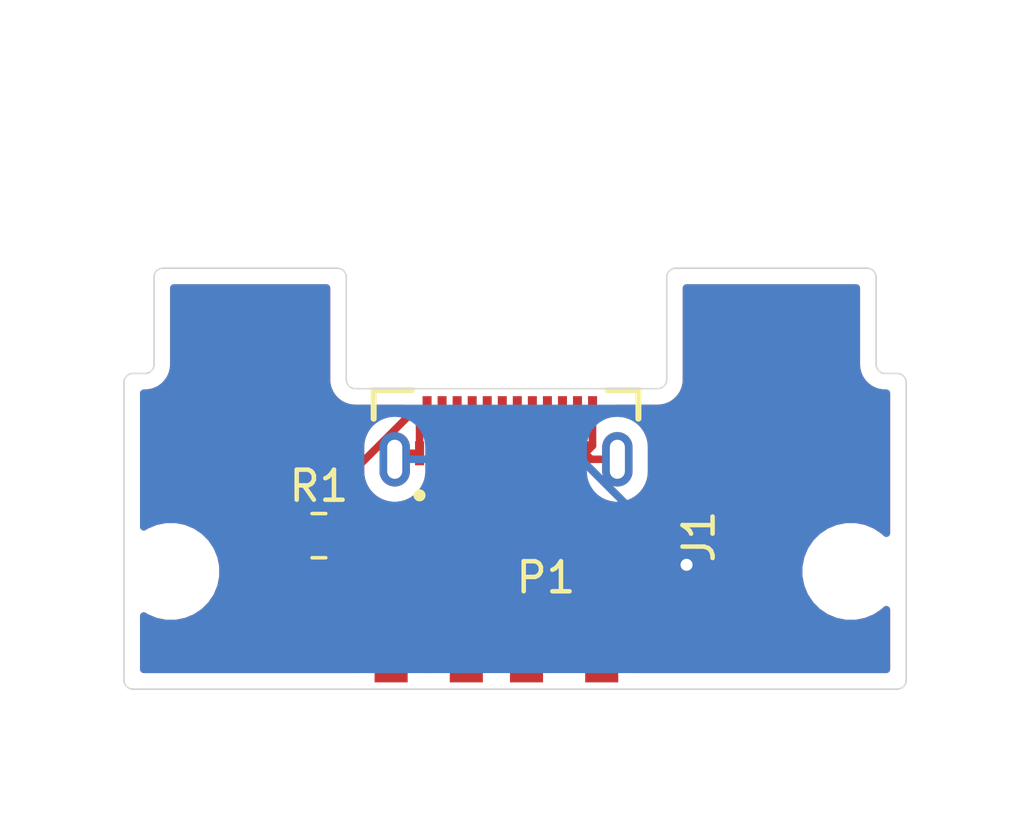
<source format=kicad_pcb>
(kicad_pcb (version 20171130) (host pcbnew "(5.1.10)-1")

  (general
    (thickness 0.8)
    (drawings 24)
    (tracks 45)
    (zones 0)
    (modules 5)
    (nets 7)
  )

  (page A4)
  (layers
    (0 F.Cu signal)
    (31 B.Cu signal)
    (32 B.Adhes user)
    (33 F.Adhes user)
    (34 B.Paste user)
    (35 F.Paste user)
    (36 B.SilkS user)
    (37 F.SilkS user)
    (38 B.Mask user)
    (39 F.Mask user)
    (40 Dwgs.User user)
    (41 Cmts.User user)
    (42 Eco1.User user)
    (43 Eco2.User user)
    (44 Edge.Cuts user)
    (45 Margin user)
    (46 B.CrtYd user)
    (47 F.CrtYd user)
    (48 B.Fab user)
    (49 F.Fab user)
  )

  (setup
    (last_trace_width 0.25)
    (user_trace_width 0.2)
    (user_trace_width 0.3569)
    (trace_clearance 0.2)
    (zone_clearance 0.508)
    (zone_45_only no)
    (trace_min 0.2)
    (via_size 0.8)
    (via_drill 0.4)
    (via_min_size 0.4)
    (via_min_drill 0.3)
    (uvia_size 0.3)
    (uvia_drill 0.1)
    (uvias_allowed no)
    (uvia_min_size 0.2)
    (uvia_min_drill 0.1)
    (edge_width 0.05)
    (segment_width 0.2)
    (pcb_text_width 0.3)
    (pcb_text_size 1.5 1.5)
    (mod_edge_width 0.12)
    (mod_text_size 1 1)
    (mod_text_width 0.15)
    (pad_size 1.524 1.524)
    (pad_drill 0.762)
    (pad_to_mask_clearance 0)
    (aux_axis_origin 0 0)
    (visible_elements 7FFFFFFF)
    (pcbplotparams
      (layerselection 0x010fc_ffffffff)
      (usegerberextensions false)
      (usegerberattributes true)
      (usegerberadvancedattributes true)
      (creategerberjobfile true)
      (excludeedgelayer true)
      (linewidth 0.100000)
      (plotframeref false)
      (viasonmask false)
      (mode 1)
      (useauxorigin false)
      (hpglpennumber 1)
      (hpglpenspeed 20)
      (hpglpendiameter 15.000000)
      (psnegative false)
      (psa4output false)
      (plotreference true)
      (plotvalue true)
      (plotinvisibletext false)
      (padsonsilk false)
      (subtractmaskfromsilk false)
      (outputformat 1)
      (mirror false)
      (drillshape 0)
      (scaleselection 1)
      (outputdirectory "C:/Users/Josh/Documents/ExpansionCards-main/Design Files/Complete Design Files/USB 2.0 Pads/Gerbers/"))
  )

  (net 0 "")
  (net 1 "Net-(J1-Pad4)")
  (net 2 "Net-(J1-Pad1)")
  (net 3 "Net-(P1-PadB5)")
  (net 4 "Net-(P1-PadA5)")
  (net 5 D-)
  (net 6 D+)

  (net_class Default "This is the default net class."
    (clearance 0.2)
    (trace_width 0.25)
    (via_dia 0.8)
    (via_drill 0.4)
    (uvia_dia 0.3)
    (uvia_drill 0.1)
    (add_net D+)
    (add_net D-)
    (add_net "Net-(J1-Pad1)")
    (add_net "Net-(J1-Pad4)")
    (add_net "Net-(P1-PadA5)")
    (add_net "Net-(P1-PadB5)")
  )

  (module "SnapEDA Library:GCT_USB4155-03-C_REVA" (layer F.Cu) (tedit 625A2D68) (tstamp 625A2D2D)
    (at 165.38 98.76 180)
    (path /61E14350)
    (fp_text reference P1 (at -1.325 -4.885 180) (layer F.SilkS)
      (effects (font (size 1 1) (thickness 0.15)))
    )
    (fp_text value USB_C_Plug_USB2.0 (at 8.835 -3.385 180) (layer F.Fab)
      (effects (font (size 1 1) (thickness 0.15)))
    )
    (fp_circle (center 2.875 -2.15) (end 2.975 -2.15) (layer F.SilkS) (width 0.2))
    (fp_line (start -4.4 1.35) (end -3.375 1.35) (layer F.SilkS) (width 0.2))
    (fp_line (start 3.125 1.35) (end 4.4 1.35) (layer F.SilkS) (width 0.2))
    (fp_line (start -4.4 14.05) (end -4.4 -1.45) (layer F.Fab) (width 0.1))
    (fp_line (start 4.4 14.05) (end 4.4 -1.45) (layer F.Fab) (width 0.1))
    (fp_line (start -4.4 -1.45) (end 4.4 -1.45) (layer F.Fab) (width 0.1))
    (fp_line (start -4.4 14.05) (end 4.4 14.05) (layer F.Fab) (width 0.1))
    (fp_line (start -4.65 14.3) (end -4.65 -2.2) (layer F.CrtYd) (width 0.05))
    (fp_line (start -4.65 14.3) (end 4.65 14.3) (layer F.CrtYd) (width 0.05))
    (fp_line (start -4.65 -2.2) (end 4.65 -2.2) (layer F.CrtYd) (width 0.05))
    (fp_line (start 4.65 14.3) (end 4.65 -2.2) (layer F.CrtYd) (width 0.05))
    (fp_circle (center 2.875 -2.15) (end 2.975 -2.15) (layer F.Fab) (width 0.2))
    (fp_line (start -5.5 1.35) (end 5.5 1.35) (layer F.Fab) (width 0.1))
    (fp_line (start -4.4 1.35) (end -4.4 0.4) (layer F.SilkS) (width 0.2))
    (fp_line (start 4.4 1.35) (end 4.4 0.4) (layer F.SilkS) (width 0.2))
    (fp_poly (pts (xy -3.7 -1.85) (xy -3.726 -1.849) (xy -3.752 -1.847) (xy -3.778 -1.844)
      (xy -3.804 -1.839) (xy -3.829 -1.833) (xy -3.855 -1.826) (xy -3.879 -1.817)
      (xy -3.903 -1.807) (xy -3.927 -1.796) (xy -3.95 -1.783) (xy -3.972 -1.769)
      (xy -3.994 -1.755) (xy -4.015 -1.739) (xy -4.035 -1.722) (xy -4.054 -1.704)
      (xy -4.072 -1.685) (xy -4.089 -1.665) (xy -4.105 -1.644) (xy -4.119 -1.622)
      (xy -4.133 -1.6) (xy -4.146 -1.577) (xy -4.157 -1.553) (xy -4.167 -1.529)
      (xy -4.176 -1.505) (xy -4.183 -1.479) (xy -4.189 -1.454) (xy -4.194 -1.428)
      (xy -4.197 -1.402) (xy -4.199 -1.376) (xy -4.2 -1.35) (xy -4.2 -0.55)
      (xy -4.199 -0.524) (xy -4.197 -0.498) (xy -4.194 -0.472) (xy -4.189 -0.446)
      (xy -4.183 -0.421) (xy -4.176 -0.395) (xy -4.167 -0.371) (xy -4.157 -0.347)
      (xy -4.146 -0.323) (xy -4.133 -0.3) (xy -4.119 -0.278) (xy -4.105 -0.256)
      (xy -4.089 -0.235) (xy -4.072 -0.215) (xy -4.054 -0.196) (xy -4.035 -0.178)
      (xy -4.015 -0.161) (xy -3.994 -0.145) (xy -3.972 -0.131) (xy -3.95 -0.117)
      (xy -3.927 -0.104) (xy -3.903 -0.093) (xy -3.879 -0.083) (xy -3.855 -0.074)
      (xy -3.829 -0.067) (xy -3.804 -0.061) (xy -3.778 -0.056) (xy -3.752 -0.053)
      (xy -3.726 -0.051) (xy -3.7 -0.05) (xy -3.674 -0.051) (xy -3.648 -0.053)
      (xy -3.622 -0.056) (xy -3.596 -0.061) (xy -3.571 -0.067) (xy -3.545 -0.074)
      (xy -3.521 -0.083) (xy -3.497 -0.093) (xy -3.473 -0.104) (xy -3.45 -0.117)
      (xy -3.428 -0.131) (xy -3.406 -0.145) (xy -3.385 -0.161) (xy -3.365 -0.178)
      (xy -3.346 -0.196) (xy -3.328 -0.215) (xy -3.311 -0.235) (xy -3.295 -0.256)
      (xy -3.281 -0.278) (xy -3.267 -0.3) (xy -3.254 -0.323) (xy -3.243 -0.347)
      (xy -3.233 -0.371) (xy -3.224 -0.395) (xy -3.217 -0.421) (xy -3.211 -0.446)
      (xy -3.206 -0.472) (xy -3.203 -0.498) (xy -3.201 -0.524) (xy -3.2 -0.55)
      (xy -3.2 -1.35) (xy -3.201 -1.376) (xy -3.203 -1.402) (xy -3.206 -1.428)
      (xy -3.211 -1.454) (xy -3.217 -1.479) (xy -3.224 -1.505) (xy -3.233 -1.529)
      (xy -3.243 -1.553) (xy -3.254 -1.577) (xy -3.267 -1.6) (xy -3.281 -1.622)
      (xy -3.295 -1.644) (xy -3.311 -1.665) (xy -3.328 -1.685) (xy -3.346 -1.704)
      (xy -3.365 -1.722) (xy -3.385 -1.739) (xy -3.406 -1.755) (xy -3.428 -1.769)
      (xy -3.45 -1.783) (xy -3.473 -1.796) (xy -3.497 -1.807) (xy -3.521 -1.817)
      (xy -3.545 -1.826) (xy -3.571 -1.833) (xy -3.596 -1.839) (xy -3.622 -1.844)
      (xy -3.648 -1.847) (xy -3.674 -1.849) (xy -3.7 -1.85)) (layer F.Cu) (width 0.01))
    (fp_poly (pts (xy -3.7 -1.85) (xy -3.726 -1.849) (xy -3.752 -1.847) (xy -3.778 -1.844)
      (xy -3.804 -1.839) (xy -3.829 -1.833) (xy -3.855 -1.826) (xy -3.879 -1.817)
      (xy -3.903 -1.807) (xy -3.927 -1.796) (xy -3.95 -1.783) (xy -3.972 -1.769)
      (xy -3.994 -1.755) (xy -4.015 -1.739) (xy -4.035 -1.722) (xy -4.054 -1.704)
      (xy -4.072 -1.685) (xy -4.089 -1.665) (xy -4.105 -1.644) (xy -4.119 -1.622)
      (xy -4.133 -1.6) (xy -4.146 -1.577) (xy -4.157 -1.553) (xy -4.167 -1.529)
      (xy -4.176 -1.505) (xy -4.183 -1.479) (xy -4.189 -1.454) (xy -4.194 -1.428)
      (xy -4.197 -1.402) (xy -4.199 -1.376) (xy -4.2 -1.35) (xy -4.2 -0.55)
      (xy -4.199 -0.524) (xy -4.197 -0.498) (xy -4.194 -0.472) (xy -4.189 -0.446)
      (xy -4.183 -0.421) (xy -4.176 -0.395) (xy -4.167 -0.371) (xy -4.157 -0.347)
      (xy -4.146 -0.323) (xy -4.133 -0.3) (xy -4.119 -0.278) (xy -4.105 -0.256)
      (xy -4.089 -0.235) (xy -4.072 -0.215) (xy -4.054 -0.196) (xy -4.035 -0.178)
      (xy -4.015 -0.161) (xy -3.994 -0.145) (xy -3.972 -0.131) (xy -3.95 -0.117)
      (xy -3.927 -0.104) (xy -3.903 -0.093) (xy -3.879 -0.083) (xy -3.855 -0.074)
      (xy -3.829 -0.067) (xy -3.804 -0.061) (xy -3.778 -0.056) (xy -3.752 -0.053)
      (xy -3.726 -0.051) (xy -3.7 -0.05) (xy -3.674 -0.051) (xy -3.648 -0.053)
      (xy -3.622 -0.056) (xy -3.596 -0.061) (xy -3.571 -0.067) (xy -3.545 -0.074)
      (xy -3.521 -0.083) (xy -3.497 -0.093) (xy -3.473 -0.104) (xy -3.45 -0.117)
      (xy -3.428 -0.131) (xy -3.406 -0.145) (xy -3.385 -0.161) (xy -3.365 -0.178)
      (xy -3.346 -0.196) (xy -3.328 -0.215) (xy -3.311 -0.235) (xy -3.295 -0.256)
      (xy -3.281 -0.278) (xy -3.267 -0.3) (xy -3.254 -0.323) (xy -3.243 -0.347)
      (xy -3.233 -0.371) (xy -3.224 -0.395) (xy -3.217 -0.421) (xy -3.211 -0.446)
      (xy -3.206 -0.472) (xy -3.203 -0.498) (xy -3.201 -0.524) (xy -3.2 -0.55)
      (xy -3.2 -1.35) (xy -3.201 -1.376) (xy -3.203 -1.402) (xy -3.206 -1.428)
      (xy -3.211 -1.454) (xy -3.217 -1.479) (xy -3.224 -1.505) (xy -3.233 -1.529)
      (xy -3.243 -1.553) (xy -3.254 -1.577) (xy -3.267 -1.6) (xy -3.281 -1.622)
      (xy -3.295 -1.644) (xy -3.311 -1.665) (xy -3.328 -1.685) (xy -3.346 -1.704)
      (xy -3.365 -1.722) (xy -3.385 -1.739) (xy -3.406 -1.755) (xy -3.428 -1.769)
      (xy -3.45 -1.783) (xy -3.473 -1.796) (xy -3.497 -1.807) (xy -3.521 -1.817)
      (xy -3.545 -1.826) (xy -3.571 -1.833) (xy -3.596 -1.839) (xy -3.622 -1.844)
      (xy -3.648 -1.847) (xy -3.674 -1.849) (xy -3.7 -1.85)) (layer B.Cu) (width 0.01))
    (fp_poly (pts (xy -3.7 -1.95) (xy -3.731 -1.949) (xy -3.763 -1.947) (xy -3.794 -1.943)
      (xy -3.825 -1.937) (xy -3.855 -1.93) (xy -3.885 -1.921) (xy -3.915 -1.91)
      (xy -3.944 -1.898) (xy -3.972 -1.885) (xy -4 -1.87) (xy -4.027 -1.853)
      (xy -4.053 -1.835) (xy -4.078 -1.816) (xy -4.101 -1.796) (xy -4.124 -1.774)
      (xy -4.146 -1.751) (xy -4.166 -1.728) (xy -4.185 -1.703) (xy -4.203 -1.677)
      (xy -4.22 -1.65) (xy -4.235 -1.622) (xy -4.248 -1.594) (xy -4.26 -1.565)
      (xy -4.271 -1.535) (xy -4.28 -1.505) (xy -4.287 -1.475) (xy -4.293 -1.444)
      (xy -4.297 -1.413) (xy -4.299 -1.381) (xy -4.3 -1.35) (xy -4.3 -0.55)
      (xy -4.299 -0.519) (xy -4.297 -0.487) (xy -4.293 -0.456) (xy -4.287 -0.425)
      (xy -4.28 -0.395) (xy -4.271 -0.365) (xy -4.26 -0.335) (xy -4.248 -0.306)
      (xy -4.235 -0.278) (xy -4.22 -0.25) (xy -4.203 -0.223) (xy -4.185 -0.197)
      (xy -4.166 -0.172) (xy -4.146 -0.149) (xy -4.124 -0.126) (xy -4.101 -0.104)
      (xy -4.078 -0.084) (xy -4.053 -0.065) (xy -4.027 -0.047) (xy -4 -0.03)
      (xy -3.972 -0.015) (xy -3.944 -0.002) (xy -3.915 0.01) (xy -3.885 0.021)
      (xy -3.855 0.03) (xy -3.825 0.037) (xy -3.794 0.043) (xy -3.763 0.047)
      (xy -3.731 0.049) (xy -3.7 0.05) (xy -3.669 0.049) (xy -3.637 0.047)
      (xy -3.606 0.043) (xy -3.575 0.037) (xy -3.545 0.03) (xy -3.515 0.021)
      (xy -3.485 0.01) (xy -3.456 -0.002) (xy -3.428 -0.015) (xy -3.4 -0.03)
      (xy -3.373 -0.047) (xy -3.347 -0.065) (xy -3.322 -0.084) (xy -3.299 -0.104)
      (xy -3.276 -0.126) (xy -3.254 -0.149) (xy -3.234 -0.172) (xy -3.215 -0.197)
      (xy -3.197 -0.223) (xy -3.18 -0.25) (xy -3.165 -0.278) (xy -3.152 -0.306)
      (xy -3.14 -0.335) (xy -3.129 -0.365) (xy -3.12 -0.395) (xy -3.113 -0.425)
      (xy -3.107 -0.456) (xy -3.103 -0.487) (xy -3.101 -0.519) (xy -3.1 -0.55)
      (xy -3.1 -1.35) (xy -3.101 -1.381) (xy -3.103 -1.413) (xy -3.107 -1.444)
      (xy -3.113 -1.475) (xy -3.12 -1.505) (xy -3.129 -1.535) (xy -3.14 -1.565)
      (xy -3.152 -1.594) (xy -3.165 -1.622) (xy -3.18 -1.65) (xy -3.197 -1.677)
      (xy -3.215 -1.703) (xy -3.234 -1.728) (xy -3.254 -1.751) (xy -3.276 -1.774)
      (xy -3.299 -1.796) (xy -3.322 -1.816) (xy -3.347 -1.835) (xy -3.373 -1.853)
      (xy -3.4 -1.87) (xy -3.428 -1.885) (xy -3.456 -1.898) (xy -3.485 -1.91)
      (xy -3.515 -1.921) (xy -3.545 -1.93) (xy -3.575 -1.937) (xy -3.606 -1.943)
      (xy -3.637 -1.947) (xy -3.669 -1.949) (xy -3.7 -1.95)) (layer F.Mask) (width 0.01))
    (fp_poly (pts (xy -3.7 -1.95) (xy -3.731 -1.949) (xy -3.763 -1.947) (xy -3.794 -1.943)
      (xy -3.825 -1.937) (xy -3.855 -1.93) (xy -3.885 -1.921) (xy -3.915 -1.91)
      (xy -3.944 -1.898) (xy -3.972 -1.885) (xy -4 -1.87) (xy -4.027 -1.853)
      (xy -4.053 -1.835) (xy -4.078 -1.816) (xy -4.101 -1.796) (xy -4.124 -1.774)
      (xy -4.146 -1.751) (xy -4.166 -1.728) (xy -4.185 -1.703) (xy -4.203 -1.677)
      (xy -4.22 -1.65) (xy -4.235 -1.622) (xy -4.248 -1.594) (xy -4.26 -1.565)
      (xy -4.271 -1.535) (xy -4.28 -1.505) (xy -4.287 -1.475) (xy -4.293 -1.444)
      (xy -4.297 -1.413) (xy -4.299 -1.381) (xy -4.3 -1.35) (xy -4.3 -0.55)
      (xy -4.299 -0.519) (xy -4.297 -0.487) (xy -4.293 -0.456) (xy -4.287 -0.425)
      (xy -4.28 -0.395) (xy -4.271 -0.365) (xy -4.26 -0.335) (xy -4.248 -0.306)
      (xy -4.235 -0.278) (xy -4.22 -0.25) (xy -4.203 -0.223) (xy -4.185 -0.197)
      (xy -4.166 -0.172) (xy -4.146 -0.149) (xy -4.124 -0.126) (xy -4.101 -0.104)
      (xy -4.078 -0.084) (xy -4.053 -0.065) (xy -4.027 -0.047) (xy -4 -0.03)
      (xy -3.972 -0.015) (xy -3.944 -0.002) (xy -3.915 0.01) (xy -3.885 0.021)
      (xy -3.855 0.03) (xy -3.825 0.037) (xy -3.794 0.043) (xy -3.763 0.047)
      (xy -3.731 0.049) (xy -3.7 0.05) (xy -3.669 0.049) (xy -3.637 0.047)
      (xy -3.606 0.043) (xy -3.575 0.037) (xy -3.545 0.03) (xy -3.515 0.021)
      (xy -3.485 0.01) (xy -3.456 -0.002) (xy -3.428 -0.015) (xy -3.4 -0.03)
      (xy -3.373 -0.047) (xy -3.347 -0.065) (xy -3.322 -0.084) (xy -3.299 -0.104)
      (xy -3.276 -0.126) (xy -3.254 -0.149) (xy -3.234 -0.172) (xy -3.215 -0.197)
      (xy -3.197 -0.223) (xy -3.18 -0.25) (xy -3.165 -0.278) (xy -3.152 -0.306)
      (xy -3.14 -0.335) (xy -3.129 -0.365) (xy -3.12 -0.395) (xy -3.113 -0.425)
      (xy -3.107 -0.456) (xy -3.103 -0.487) (xy -3.101 -0.519) (xy -3.1 -0.55)
      (xy -3.1 -1.35) (xy -3.101 -1.381) (xy -3.103 -1.413) (xy -3.107 -1.444)
      (xy -3.113 -1.475) (xy -3.12 -1.505) (xy -3.129 -1.535) (xy -3.14 -1.565)
      (xy -3.152 -1.594) (xy -3.165 -1.622) (xy -3.18 -1.65) (xy -3.197 -1.677)
      (xy -3.215 -1.703) (xy -3.234 -1.728) (xy -3.254 -1.751) (xy -3.276 -1.774)
      (xy -3.299 -1.796) (xy -3.322 -1.816) (xy -3.347 -1.835) (xy -3.373 -1.853)
      (xy -3.4 -1.87) (xy -3.428 -1.885) (xy -3.456 -1.898) (xy -3.485 -1.91)
      (xy -3.515 -1.921) (xy -3.545 -1.93) (xy -3.575 -1.937) (xy -3.606 -1.943)
      (xy -3.637 -1.947) (xy -3.669 -1.949) (xy -3.7 -1.95)) (layer B.Mask) (width 0.01))
    (fp_poly (pts (xy 3.7 -1.85) (xy 3.674 -1.849) (xy 3.648 -1.847) (xy 3.622 -1.844)
      (xy 3.596 -1.839) (xy 3.571 -1.833) (xy 3.545 -1.826) (xy 3.521 -1.817)
      (xy 3.497 -1.807) (xy 3.473 -1.796) (xy 3.45 -1.783) (xy 3.428 -1.769)
      (xy 3.406 -1.755) (xy 3.385 -1.739) (xy 3.365 -1.722) (xy 3.346 -1.704)
      (xy 3.328 -1.685) (xy 3.311 -1.665) (xy 3.295 -1.644) (xy 3.281 -1.622)
      (xy 3.267 -1.6) (xy 3.254 -1.577) (xy 3.243 -1.553) (xy 3.233 -1.529)
      (xy 3.224 -1.505) (xy 3.217 -1.479) (xy 3.211 -1.454) (xy 3.206 -1.428)
      (xy 3.203 -1.402) (xy 3.201 -1.376) (xy 3.2 -1.35) (xy 3.2 -0.55)
      (xy 3.201 -0.524) (xy 3.203 -0.498) (xy 3.206 -0.472) (xy 3.211 -0.446)
      (xy 3.217 -0.421) (xy 3.224 -0.395) (xy 3.233 -0.371) (xy 3.243 -0.347)
      (xy 3.254 -0.323) (xy 3.267 -0.3) (xy 3.281 -0.278) (xy 3.295 -0.256)
      (xy 3.311 -0.235) (xy 3.328 -0.215) (xy 3.346 -0.196) (xy 3.365 -0.178)
      (xy 3.385 -0.161) (xy 3.406 -0.145) (xy 3.428 -0.131) (xy 3.45 -0.117)
      (xy 3.473 -0.104) (xy 3.497 -0.093) (xy 3.521 -0.083) (xy 3.545 -0.074)
      (xy 3.571 -0.067) (xy 3.596 -0.061) (xy 3.622 -0.056) (xy 3.648 -0.053)
      (xy 3.674 -0.051) (xy 3.7 -0.05) (xy 3.726 -0.051) (xy 3.752 -0.053)
      (xy 3.778 -0.056) (xy 3.804 -0.061) (xy 3.829 -0.067) (xy 3.855 -0.074)
      (xy 3.879 -0.083) (xy 3.903 -0.093) (xy 3.927 -0.104) (xy 3.95 -0.117)
      (xy 3.972 -0.131) (xy 3.994 -0.145) (xy 4.015 -0.161) (xy 4.035 -0.178)
      (xy 4.054 -0.196) (xy 4.072 -0.215) (xy 4.089 -0.235) (xy 4.105 -0.256)
      (xy 4.119 -0.278) (xy 4.133 -0.3) (xy 4.146 -0.323) (xy 4.157 -0.347)
      (xy 4.167 -0.371) (xy 4.176 -0.395) (xy 4.183 -0.421) (xy 4.189 -0.446)
      (xy 4.194 -0.472) (xy 4.197 -0.498) (xy 4.199 -0.524) (xy 4.2 -0.55)
      (xy 4.2 -1.35) (xy 4.199 -1.376) (xy 4.197 -1.402) (xy 4.194 -1.428)
      (xy 4.189 -1.454) (xy 4.183 -1.479) (xy 4.176 -1.505) (xy 4.167 -1.529)
      (xy 4.157 -1.553) (xy 4.146 -1.577) (xy 4.133 -1.6) (xy 4.119 -1.622)
      (xy 4.105 -1.644) (xy 4.089 -1.665) (xy 4.072 -1.685) (xy 4.054 -1.704)
      (xy 4.035 -1.722) (xy 4.015 -1.739) (xy 3.994 -1.755) (xy 3.972 -1.769)
      (xy 3.95 -1.783) (xy 3.927 -1.796) (xy 3.903 -1.807) (xy 3.879 -1.817)
      (xy 3.855 -1.826) (xy 3.829 -1.833) (xy 3.804 -1.839) (xy 3.778 -1.844)
      (xy 3.752 -1.847) (xy 3.726 -1.849) (xy 3.7 -1.85)) (layer F.Cu) (width 0.01))
    (fp_poly (pts (xy 3.7 -1.85) (xy 3.674 -1.849) (xy 3.648 -1.847) (xy 3.622 -1.844)
      (xy 3.596 -1.839) (xy 3.571 -1.833) (xy 3.545 -1.826) (xy 3.521 -1.817)
      (xy 3.497 -1.807) (xy 3.473 -1.796) (xy 3.45 -1.783) (xy 3.428 -1.769)
      (xy 3.406 -1.755) (xy 3.385 -1.739) (xy 3.365 -1.722) (xy 3.346 -1.704)
      (xy 3.328 -1.685) (xy 3.311 -1.665) (xy 3.295 -1.644) (xy 3.281 -1.622)
      (xy 3.267 -1.6) (xy 3.254 -1.577) (xy 3.243 -1.553) (xy 3.233 -1.529)
      (xy 3.224 -1.505) (xy 3.217 -1.479) (xy 3.211 -1.454) (xy 3.206 -1.428)
      (xy 3.203 -1.402) (xy 3.201 -1.376) (xy 3.2 -1.35) (xy 3.2 -0.55)
      (xy 3.201 -0.524) (xy 3.203 -0.498) (xy 3.206 -0.472) (xy 3.211 -0.446)
      (xy 3.217 -0.421) (xy 3.224 -0.395) (xy 3.233 -0.371) (xy 3.243 -0.347)
      (xy 3.254 -0.323) (xy 3.267 -0.3) (xy 3.281 -0.278) (xy 3.295 -0.256)
      (xy 3.311 -0.235) (xy 3.328 -0.215) (xy 3.346 -0.196) (xy 3.365 -0.178)
      (xy 3.385 -0.161) (xy 3.406 -0.145) (xy 3.428 -0.131) (xy 3.45 -0.117)
      (xy 3.473 -0.104) (xy 3.497 -0.093) (xy 3.521 -0.083) (xy 3.545 -0.074)
      (xy 3.571 -0.067) (xy 3.596 -0.061) (xy 3.622 -0.056) (xy 3.648 -0.053)
      (xy 3.674 -0.051) (xy 3.7 -0.05) (xy 3.726 -0.051) (xy 3.752 -0.053)
      (xy 3.778 -0.056) (xy 3.804 -0.061) (xy 3.829 -0.067) (xy 3.855 -0.074)
      (xy 3.879 -0.083) (xy 3.903 -0.093) (xy 3.927 -0.104) (xy 3.95 -0.117)
      (xy 3.972 -0.131) (xy 3.994 -0.145) (xy 4.015 -0.161) (xy 4.035 -0.178)
      (xy 4.054 -0.196) (xy 4.072 -0.215) (xy 4.089 -0.235) (xy 4.105 -0.256)
      (xy 4.119 -0.278) (xy 4.133 -0.3) (xy 4.146 -0.323) (xy 4.157 -0.347)
      (xy 4.167 -0.371) (xy 4.176 -0.395) (xy 4.183 -0.421) (xy 4.189 -0.446)
      (xy 4.194 -0.472) (xy 4.197 -0.498) (xy 4.199 -0.524) (xy 4.2 -0.55)
      (xy 4.2 -1.35) (xy 4.199 -1.376) (xy 4.197 -1.402) (xy 4.194 -1.428)
      (xy 4.189 -1.454) (xy 4.183 -1.479) (xy 4.176 -1.505) (xy 4.167 -1.529)
      (xy 4.157 -1.553) (xy 4.146 -1.577) (xy 4.133 -1.6) (xy 4.119 -1.622)
      (xy 4.105 -1.644) (xy 4.089 -1.665) (xy 4.072 -1.685) (xy 4.054 -1.704)
      (xy 4.035 -1.722) (xy 4.015 -1.739) (xy 3.994 -1.755) (xy 3.972 -1.769)
      (xy 3.95 -1.783) (xy 3.927 -1.796) (xy 3.903 -1.807) (xy 3.879 -1.817)
      (xy 3.855 -1.826) (xy 3.829 -1.833) (xy 3.804 -1.839) (xy 3.778 -1.844)
      (xy 3.752 -1.847) (xy 3.726 -1.849) (xy 3.7 -1.85)) (layer B.Cu) (width 0.01))
    (fp_poly (pts (xy 3.7 -1.95) (xy 3.669 -1.949) (xy 3.637 -1.947) (xy 3.606 -1.943)
      (xy 3.575 -1.937) (xy 3.545 -1.93) (xy 3.515 -1.921) (xy 3.485 -1.91)
      (xy 3.456 -1.898) (xy 3.428 -1.885) (xy 3.4 -1.87) (xy 3.373 -1.853)
      (xy 3.347 -1.835) (xy 3.322 -1.816) (xy 3.299 -1.796) (xy 3.276 -1.774)
      (xy 3.254 -1.751) (xy 3.234 -1.728) (xy 3.215 -1.703) (xy 3.197 -1.677)
      (xy 3.18 -1.65) (xy 3.165 -1.622) (xy 3.152 -1.594) (xy 3.14 -1.565)
      (xy 3.129 -1.535) (xy 3.12 -1.505) (xy 3.113 -1.475) (xy 3.107 -1.444)
      (xy 3.103 -1.413) (xy 3.101 -1.381) (xy 3.1 -1.35) (xy 3.1 -0.55)
      (xy 3.101 -0.519) (xy 3.103 -0.487) (xy 3.107 -0.456) (xy 3.113 -0.425)
      (xy 3.12 -0.395) (xy 3.129 -0.365) (xy 3.14 -0.335) (xy 3.152 -0.306)
      (xy 3.165 -0.278) (xy 3.18 -0.25) (xy 3.197 -0.223) (xy 3.215 -0.197)
      (xy 3.234 -0.172) (xy 3.254 -0.149) (xy 3.276 -0.126) (xy 3.299 -0.104)
      (xy 3.322 -0.084) (xy 3.347 -0.065) (xy 3.373 -0.047) (xy 3.4 -0.03)
      (xy 3.428 -0.015) (xy 3.456 -0.002) (xy 3.485 0.01) (xy 3.515 0.021)
      (xy 3.545 0.03) (xy 3.575 0.037) (xy 3.606 0.043) (xy 3.637 0.047)
      (xy 3.669 0.049) (xy 3.7 0.05) (xy 3.731 0.049) (xy 3.763 0.047)
      (xy 3.794 0.043) (xy 3.825 0.037) (xy 3.855 0.03) (xy 3.885 0.021)
      (xy 3.915 0.01) (xy 3.944 -0.002) (xy 3.972 -0.015) (xy 4 -0.03)
      (xy 4.027 -0.047) (xy 4.053 -0.065) (xy 4.078 -0.084) (xy 4.101 -0.104)
      (xy 4.124 -0.126) (xy 4.146 -0.149) (xy 4.166 -0.172) (xy 4.185 -0.197)
      (xy 4.203 -0.223) (xy 4.22 -0.25) (xy 4.235 -0.278) (xy 4.248 -0.306)
      (xy 4.26 -0.335) (xy 4.271 -0.365) (xy 4.28 -0.395) (xy 4.287 -0.425)
      (xy 4.293 -0.456) (xy 4.297 -0.487) (xy 4.299 -0.519) (xy 4.3 -0.55)
      (xy 4.3 -1.35) (xy 4.299 -1.381) (xy 4.297 -1.413) (xy 4.293 -1.444)
      (xy 4.287 -1.475) (xy 4.28 -1.505) (xy 4.271 -1.535) (xy 4.26 -1.565)
      (xy 4.248 -1.594) (xy 4.235 -1.622) (xy 4.22 -1.65) (xy 4.203 -1.677)
      (xy 4.185 -1.703) (xy 4.166 -1.728) (xy 4.146 -1.751) (xy 4.124 -1.774)
      (xy 4.101 -1.796) (xy 4.078 -1.816) (xy 4.053 -1.835) (xy 4.027 -1.853)
      (xy 4 -1.87) (xy 3.972 -1.885) (xy 3.944 -1.898) (xy 3.915 -1.91)
      (xy 3.885 -1.921) (xy 3.855 -1.93) (xy 3.825 -1.937) (xy 3.794 -1.943)
      (xy 3.763 -1.947) (xy 3.731 -1.949) (xy 3.7 -1.95)) (layer F.Mask) (width 0.01))
    (fp_poly (pts (xy 3.7 -1.95) (xy 3.669 -1.949) (xy 3.637 -1.947) (xy 3.606 -1.943)
      (xy 3.575 -1.937) (xy 3.545 -1.93) (xy 3.515 -1.921) (xy 3.485 -1.91)
      (xy 3.456 -1.898) (xy 3.428 -1.885) (xy 3.4 -1.87) (xy 3.373 -1.853)
      (xy 3.347 -1.835) (xy 3.322 -1.816) (xy 3.299 -1.796) (xy 3.276 -1.774)
      (xy 3.254 -1.751) (xy 3.234 -1.728) (xy 3.215 -1.703) (xy 3.197 -1.677)
      (xy 3.18 -1.65) (xy 3.165 -1.622) (xy 3.152 -1.594) (xy 3.14 -1.565)
      (xy 3.129 -1.535) (xy 3.12 -1.505) (xy 3.113 -1.475) (xy 3.107 -1.444)
      (xy 3.103 -1.413) (xy 3.101 -1.381) (xy 3.1 -1.35) (xy 3.1 -0.55)
      (xy 3.101 -0.519) (xy 3.103 -0.487) (xy 3.107 -0.456) (xy 3.113 -0.425)
      (xy 3.12 -0.395) (xy 3.129 -0.365) (xy 3.14 -0.335) (xy 3.152 -0.306)
      (xy 3.165 -0.278) (xy 3.18 -0.25) (xy 3.197 -0.223) (xy 3.215 -0.197)
      (xy 3.234 -0.172) (xy 3.254 -0.149) (xy 3.276 -0.126) (xy 3.299 -0.104)
      (xy 3.322 -0.084) (xy 3.347 -0.065) (xy 3.373 -0.047) (xy 3.4 -0.03)
      (xy 3.428 -0.015) (xy 3.456 -0.002) (xy 3.485 0.01) (xy 3.515 0.021)
      (xy 3.545 0.03) (xy 3.575 0.037) (xy 3.606 0.043) (xy 3.637 0.047)
      (xy 3.669 0.049) (xy 3.7 0.05) (xy 3.731 0.049) (xy 3.763 0.047)
      (xy 3.794 0.043) (xy 3.825 0.037) (xy 3.855 0.03) (xy 3.885 0.021)
      (xy 3.915 0.01) (xy 3.944 -0.002) (xy 3.972 -0.015) (xy 4 -0.03)
      (xy 4.027 -0.047) (xy 4.053 -0.065) (xy 4.078 -0.084) (xy 4.101 -0.104)
      (xy 4.124 -0.126) (xy 4.146 -0.149) (xy 4.166 -0.172) (xy 4.185 -0.197)
      (xy 4.203 -0.223) (xy 4.22 -0.25) (xy 4.235 -0.278) (xy 4.248 -0.306)
      (xy 4.26 -0.335) (xy 4.271 -0.365) (xy 4.28 -0.395) (xy 4.287 -0.425)
      (xy 4.293 -0.456) (xy 4.297 -0.487) (xy 4.299 -0.519) (xy 4.3 -0.55)
      (xy 4.3 -1.35) (xy 4.299 -1.381) (xy 4.297 -1.413) (xy 4.293 -1.444)
      (xy 4.287 -1.475) (xy 4.28 -1.505) (xy 4.271 -1.535) (xy 4.26 -1.565)
      (xy 4.248 -1.594) (xy 4.235 -1.622) (xy 4.22 -1.65) (xy 4.203 -1.677)
      (xy 4.185 -1.703) (xy 4.166 -1.728) (xy 4.146 -1.751) (xy 4.124 -1.774)
      (xy 4.101 -1.796) (xy 4.078 -1.816) (xy 4.053 -1.835) (xy 4.027 -1.853)
      (xy 4 -1.87) (xy 3.972 -1.885) (xy 3.944 -1.898) (xy 3.915 -1.91)
      (xy 3.885 -1.921) (xy 3.855 -1.93) (xy 3.825 -1.937) (xy 3.794 -1.943)
      (xy 3.763 -1.947) (xy 3.731 -1.949) (xy 3.7 -1.95)) (layer B.Mask) (width 0.01))
    (fp_text user PCB-Edge (at 5 1.1 180) (layer F.Fab)
      (effects (font (size 0.64 0.64) (thickness 0.15)))
    )
    (pad A1 smd rect (at 2.875 -0.75 180) (size 0.3 0.8) (layers F.Cu F.Paste F.Mask)
      (net 1 "Net-(J1-Pad4)"))
    (pad A2 smd rect (at 2.375 -0.75 180) (size 0.3 0.8) (layers F.Cu F.Paste F.Mask))
    (pad A3 smd rect (at 1.875 -0.75 180) (size 0.3 0.8) (layers F.Cu F.Paste F.Mask))
    (pad A4 smd rect (at 1.375 -0.75 180) (size 0.3 0.8) (layers F.Cu F.Paste F.Mask)
      (net 2 "Net-(J1-Pad1)"))
    (pad A5 smd rect (at 0.875 -0.75 180) (size 0.3 0.8) (layers F.Cu F.Paste F.Mask)
      (net 4 "Net-(P1-PadA5)"))
    (pad A6 smd rect (at 0.375 -0.75 180) (size 0.3 0.8) (layers F.Cu F.Paste F.Mask)
      (net 6 D+))
    (pad A7 smd rect (at -0.125 -0.75 180) (size 0.3 0.8) (layers F.Cu F.Paste F.Mask)
      (net 5 D-))
    (pad A8 smd rect (at -0.625 -0.75 180) (size 0.3 0.8) (layers F.Cu F.Paste F.Mask))
    (pad A9 smd rect (at -1.125 -0.75 180) (size 0.3 0.8) (layers F.Cu F.Paste F.Mask)
      (net 2 "Net-(J1-Pad1)"))
    (pad A10 smd rect (at -1.625 -0.75 180) (size 0.3 0.8) (layers F.Cu F.Paste F.Mask))
    (pad A11 smd rect (at -2.125 -0.75 180) (size 0.3 0.8) (layers F.Cu F.Paste F.Mask))
    (pad A12 smd rect (at -2.625 -0.75 180) (size 0.3 0.8) (layers F.Cu F.Paste F.Mask)
      (net 1 "Net-(J1-Pad4)"))
    (pad B1 smd rect (at -2.875 0.75 180) (size 0.3 0.8) (layers F.Cu F.Paste F.Mask)
      (net 1 "Net-(J1-Pad4)"))
    (pad B2 smd rect (at -2.375 0.75 180) (size 0.3 0.8) (layers F.Cu F.Paste F.Mask))
    (pad B3 smd rect (at -1.875 0.75 180) (size 0.3 0.8) (layers F.Cu F.Paste F.Mask))
    (pad B4 smd rect (at -1.375 0.75 180) (size 0.3 0.8) (layers F.Cu F.Paste F.Mask)
      (net 2 "Net-(J1-Pad1)"))
    (pad B5 smd rect (at -0.875 0.75 180) (size 0.3 0.8) (layers F.Cu F.Paste F.Mask)
      (net 3 "Net-(P1-PadB5)"))
    (pad B6 smd rect (at -0.375 0.75 180) (size 0.3 0.8) (layers F.Cu F.Paste F.Mask))
    (pad B7 smd rect (at 0.125 0.75 180) (size 0.3 0.8) (layers F.Cu F.Paste F.Mask))
    (pad B8 smd rect (at 0.625 0.75 180) (size 0.3 0.8) (layers F.Cu F.Paste F.Mask))
    (pad B9 smd rect (at 1.125 0.75 180) (size 0.3 0.8) (layers F.Cu F.Paste F.Mask)
      (net 2 "Net-(J1-Pad1)"))
    (pad B10 smd rect (at 1.625 0.75 180) (size 0.3 0.8) (layers F.Cu F.Paste F.Mask))
    (pad B11 smd rect (at 2.125 0.75 180) (size 0.3 0.8) (layers F.Cu F.Paste F.Mask))
    (pad B12 smd rect (at 2.625 0.75 180) (size 0.3 0.8) (layers F.Cu F.Paste F.Mask)
      (net 1 "Net-(J1-Pad4)"))
    (pad S1 thru_hole oval (at -3.7 -0.95 180) (size 0.8 1.6) (drill oval 0.5 1.3) (layers *.Cu)
      (net 1 "Net-(J1-Pad4)"))
    (pad S1 thru_hole oval (at 3.7 -0.95 180) (size 0.8 1.6) (drill oval 0.5 1.3) (layers *.Cu)
      (net 1 "Net-(J1-Pad4)"))
  )

  (module MountingHole:MountingHole_2.2mm_M2 (layer F.Cu) (tedit 56D1B4CB) (tstamp 625A2D6E)
    (at 176.84 103.44)
    (descr "Mounting Hole 2.2mm, no annular, M2")
    (tags "mounting hole 2.2mm no annular m2")
    (path /5FDB2FCE)
    (attr virtual)
    (fp_text reference H2 (at 0.0125 -1.974) (layer F.SilkS) hide
      (effects (font (size 0.5842 0.5842) (thickness 0.1016)))
    )
    (fp_text value MountingHole (at 0 3.2) (layer F.Fab)
      (effects (font (size 1 1) (thickness 0.15)))
    )
    (fp_circle (center 0 0) (end 2.45 0) (layer F.CrtYd) (width 0.05))
    (fp_circle (center 0 0) (end 2.2 0) (layer Cmts.User) (width 0.15))
    (fp_text user %R (at 0.3 0) (layer F.Fab)
      (effects (font (size 1 1) (thickness 0.15)))
    )
    (pad 1 np_thru_hole circle (at 0 0) (size 2.2 2.2) (drill 2.2) (layers *.Cu *.Mask))
  )

  (module MountingHole:MountingHole_2.2mm_M2 (layer F.Cu) (tedit 56D1B4CB) (tstamp 625A2D67)
    (at 154.24 103.44)
    (descr "Mounting Hole 2.2mm, no annular, M2")
    (tags "mounting hole 2.2mm no annular m2")
    (path /5FDB1A76)
    (attr virtual)
    (fp_text reference H1 (at 0.0225 -1.974) (layer F.SilkS) hide
      (effects (font (size 0.5842 0.5842) (thickness 0.1016)))
    )
    (fp_text value " " (at 0 3.2) (layer F.Fab)
      (effects (font (size 1 1) (thickness 0.15)))
    )
    (fp_circle (center 0 0) (end 2.45 0) (layer F.CrtYd) (width 0.05))
    (fp_circle (center 0 0) (end 2.2 0) (layer Cmts.User) (width 0.15))
    (fp_text user %R (at 0.3 0) (layer F.Fab)
      (effects (font (size 1 1) (thickness 0.15)))
    )
    (pad 1 np_thru_hole circle (at 0 0) (size 2.2 2.2) (drill 2.2) (layers *.Cu *.Mask))
  )

  (module Resistor_SMD:R_0805_2012Metric_Pad1.20x1.40mm_HandSolder (layer F.Cu) (tedit 5F68FEEE) (tstamp 625A2D3E)
    (at 159.16 102.25)
    (descr "Resistor SMD 0805 (2012 Metric), square (rectangular) end terminal, IPC_7351 nominal with elongated pad for handsoldering. (Body size source: IPC-SM-782 page 72, https://www.pcb-3d.com/wordpress/wp-content/uploads/ipc-sm-782a_amendment_1_and_2.pdf), generated with kicad-footprint-generator")
    (tags "resistor handsolder")
    (path /61E16B81)
    (attr smd)
    (fp_text reference R1 (at 0 -1.65) (layer F.SilkS)
      (effects (font (size 1 1) (thickness 0.15)))
    )
    (fp_text value 5.1k (at 0 1.65) (layer F.Fab)
      (effects (font (size 1 1) (thickness 0.15)))
    )
    (fp_line (start -1 0.625) (end -1 -0.625) (layer F.Fab) (width 0.1))
    (fp_line (start -1 -0.625) (end 1 -0.625) (layer F.Fab) (width 0.1))
    (fp_line (start 1 -0.625) (end 1 0.625) (layer F.Fab) (width 0.1))
    (fp_line (start 1 0.625) (end -1 0.625) (layer F.Fab) (width 0.1))
    (fp_line (start -0.227064 -0.735) (end 0.227064 -0.735) (layer F.SilkS) (width 0.12))
    (fp_line (start -0.227064 0.735) (end 0.227064 0.735) (layer F.SilkS) (width 0.12))
    (fp_line (start -1.85 0.95) (end -1.85 -0.95) (layer F.CrtYd) (width 0.05))
    (fp_line (start -1.85 -0.95) (end 1.85 -0.95) (layer F.CrtYd) (width 0.05))
    (fp_line (start 1.85 -0.95) (end 1.85 0.95) (layer F.CrtYd) (width 0.05))
    (fp_line (start 1.85 0.95) (end -1.85 0.95) (layer F.CrtYd) (width 0.05))
    (fp_text user %R (at 0 0) (layer F.Fab)
      (effects (font (size 0.5 0.5) (thickness 0.08)))
    )
    (pad 1 smd roundrect (at -1 0) (size 1.2 1.4) (layers F.Cu F.Paste F.Mask) (roundrect_rratio 0.2083325)
      (net 1 "Net-(J1-Pad4)"))
    (pad 2 smd roundrect (at 1 0) (size 1.2 1.4) (layers F.Cu F.Paste F.Mask) (roundrect_rratio 0.2083325)
      (net 4 "Net-(P1-PadA5)"))
    (model ${KISYS3DMOD}/Resistor_SMD.3dshapes/R_0805_2012Metric.wrl
      (at (xyz 0 0 0))
      (scale (xyz 1 1 1))
      (rotate (xyz 0 0 0))
    )
  )

  (module Expansion_Card:USB-PADS (layer F.Cu) (tedit 625A2C87) (tstamp 625A9258)
    (at 163.79 109.18 270)
    (descr "USB type A Plug, Horizontal, http://cnctech.us/pdfs/1001-011-01101.pdf")
    (tags USB-A)
    (path /61E1569B)
    (attr smd)
    (fp_text reference J1 (at -6.9 -8 90) (layer F.SilkS)
      (effects (font (size 1 1) (thickness 0.15)))
    )
    (fp_text value USB_A (at 0 8 270) (layer F.Fab)
      (effects (font (size 1 1) (thickness 0.15)))
    )
    (pad 1 smd rect (at -3.3 -4.77 270) (size 2.5 1.1) (layers F.Cu F.Paste F.Mask)
      (net 2 "Net-(J1-Pad1)"))
    (pad 3 smd rect (at -3.3 -0.27 270) (size 2.5 1.1) (layers F.Cu F.Paste F.Mask)
      (net 6 D+))
    (pad 4 smd rect (at -3.3 2.23 270) (size 2.5 1.1) (layers F.Cu F.Paste F.Mask)
      (net 1 "Net-(J1-Pad4)"))
    (pad 2 smd rect (at -3.3 -2.27 270) (size 2.5 1.1) (layers F.Cu F.Paste F.Mask)
      (net 5 D-))
    (model ${KISYS3DMOD}/Connector_USB.3dshapes/USB_A_CNCTech_1001-011-01101_Horizontal.wrl
      (at (xyz 0 0 0))
      (scale (xyz 1 1 1))
      (rotate (xyz 0 0 0))
    )
  )

  (gr_arc (start 178.38 107.055) (end 178.38 107.355) (angle -90) (layer Edge.Cuts) (width 0.05) (tstamp 625A2D66))
  (gr_line (start 159.77 93.355) (end 153.98 93.355) (layer Edge.Cuts) (width 0.05) (tstamp 625A2D65))
  (gr_line (start 153.68 96.555) (end 153.68 93.655) (layer Edge.Cuts) (width 0.05) (tstamp 625A2D64))
  (gr_arc (start 152.98 107.055) (end 152.68 107.055) (angle -90) (layer Edge.Cuts) (width 0.05) (tstamp 625A2D63))
  (gr_arc (start 153.38 96.555) (end 153.68 96.555) (angle 90) (layer Edge.Cuts) (width 0.05) (tstamp 625A2D62))
  (gr_arc (start 159.77 93.655) (end 160.07 93.655) (angle -90) (layer Edge.Cuts) (width 0.05) (tstamp 625A2D61))
  (gr_line (start 177.98 96.855) (end 178.38 96.855) (layer Edge.Cuts) (width 0.05) (tstamp 625A2D60))
  (gr_arc (start 177.98 96.555) (end 177.98 96.855) (angle 90) (layer Edge.Cuts) (width 0.05) (tstamp 625A2D5F))
  (gr_line (start 170.72 97.06) (end 170.72 93.655) (layer Edge.Cuts) (width 0.05) (tstamp 625A2D5E))
  (gr_arc (start 177.38 93.655) (end 177.68 93.655) (angle -90) (layer Edge.Cuts) (width 0.05) (tstamp 625A2D5D))
  (gr_arc (start 160.37 97.06) (end 160.07 97.06) (angle -90) (layer Edge.Cuts) (width 0.05) (tstamp 625A2D5C))
  (gr_line (start 152.98 107.355) (end 178.38 107.355) (layer Edge.Cuts) (width 0.05) (tstamp 625A2D5B))
  (gr_line (start 152.68 97.155) (end 152.68 107.055) (layer Edge.Cuts) (width 0.05) (tstamp 625A2D5A))
  (gr_arc (start 170.42 97.06) (end 170.42 97.36) (angle -90) (layer Edge.Cuts) (width 0.05) (tstamp 625A2D59))
  (gr_arc (start 152.98 97.155) (end 152.68 97.155) (angle 90) (layer Edge.Cuts) (width 0.05) (tstamp 625A2D58))
  (gr_line (start 152.98 96.855) (end 153.38 96.855) (layer Edge.Cuts) (width 0.05) (tstamp 625A2D57))
  (gr_line (start 177.68 96.555) (end 177.68 93.655) (layer Edge.Cuts) (width 0.05) (tstamp 625A2D56))
  (gr_arc (start 178.38 97.155) (end 178.38 96.855) (angle 90) (layer Edge.Cuts) (width 0.05) (tstamp 625A2D55))
  (gr_line (start 160.07 93.655) (end 160.07 97.06) (layer Edge.Cuts) (width 0.05) (tstamp 625A2D54))
  (gr_line (start 178.68 97.155) (end 178.68 107.055) (layer Edge.Cuts) (width 0.05) (tstamp 625A2D53))
  (gr_arc (start 171.02 93.655) (end 171.02 93.355) (angle -90) (layer Edge.Cuts) (width 0.05) (tstamp 625A2D52))
  (gr_arc (start 153.98 93.655) (end 153.98 93.355) (angle -90) (layer Edge.Cuts) (width 0.05) (tstamp 625A2D51))
  (gr_line (start 171.02 93.355) (end 177.38 93.355) (layer Edge.Cuts) (width 0.05) (tstamp 625A2D50))
  (gr_line (start 170.42 97.36) (end 160.37 97.36) (layer Edge.Cuts) (width 0.05) (tstamp 625A2D4F))

  (segment (start 161.88 99.51) (end 161.68 99.71) (width 0.25) (layer F.Cu) (net 1))
  (segment (start 162.505 99.51) (end 161.88 99.51) (width 0.25) (layer F.Cu) (net 1))
  (segment (start 162.505 98.26) (end 162.505 99.51) (width 0.25) (layer F.Cu) (net 1))
  (segment (start 162.755 98.01) (end 162.505 98.26) (width 0.25) (layer F.Cu) (net 1))
  (segment (start 168.205 99.71) (end 168.005 99.51) (width 0.25) (layer F.Cu) (net 1))
  (segment (start 169.08 99.71) (end 168.205 99.71) (width 0.25) (layer F.Cu) (net 1))
  (segment (start 168.255 99.26) (end 168.005 99.51) (width 0.25) (layer F.Cu) (net 1))
  (segment (start 168.255 98.01) (end 168.255 99.26) (width 0.25) (layer F.Cu) (net 1))
  (segment (start 162.15 98.26) (end 158.16 102.25) (width 0.25) (layer F.Cu) (net 1))
  (segment (start 162.505 98.26) (end 162.15 98.26) (width 0.25) (layer F.Cu) (net 1))
  (via (at 171.38 103.22) (size 0.8) (drill 0.4) (layers F.Cu B.Cu) (net 1))
  (segment (start 168.005 99.845) (end 171.38 103.22) (width 0.25) (layer F.Cu) (net 1))
  (segment (start 168.005 99.51) (end 168.005 99.845) (width 0.25) (layer F.Cu) (net 1))
  (segment (start 167.87 99.71) (end 161.68 99.71) (width 0.25) (layer B.Cu) (net 1))
  (segment (start 171.38 103.22) (end 167.87 99.71) (width 0.25) (layer B.Cu) (net 1))
  (segment (start 164.005 98.91) (end 164.005 99.51) (width 0.25) (layer F.Cu) (net 2))
  (segment (start 164.255 98.66) (end 164.005 98.91) (width 0.25) (layer F.Cu) (net 2))
  (segment (start 164.255 98.01) (end 164.255 98.66) (width 0.25) (layer F.Cu) (net 2))
  (segment (start 166.505 98.874998) (end 166.505 99.51) (width 0.25) (layer F.Cu) (net 2))
  (segment (start 166.415001 98.784999) (end 166.505 98.874998) (width 0.25) (layer F.Cu) (net 2))
  (segment (start 164.379999 98.784999) (end 166.415001 98.784999) (width 0.25) (layer F.Cu) (net 2))
  (segment (start 164.255 98.66) (end 164.379999 98.784999) (width 0.25) (layer F.Cu) (net 2))
  (segment (start 166.755 98.66) (end 166.630001 98.784999) (width 0.25) (layer F.Cu) (net 2))
  (segment (start 166.630001 98.784999) (end 166.415001 98.784999) (width 0.25) (layer F.Cu) (net 2))
  (segment (start 166.755 98.01) (end 166.755 98.66) (width 0.25) (layer F.Cu) (net 2))
  (segment (start 166.505 100.055) (end 166.505 99.51) (width 0.25) (layer F.Cu) (net 2))
  (segment (start 168.56 102.11) (end 166.505 100.055) (width 0.25) (layer F.Cu) (net 2))
  (segment (start 168.56 105.88) (end 168.56 102.11) (width 0.25) (layer F.Cu) (net 2))
  (segment (start 164.170746 102.25) (end 160.16 102.25) (width 0.25) (layer F.Cu) (net 4))
  (segment (start 164.505 101.915746) (end 164.170746 102.25) (width 0.25) (layer F.Cu) (net 4))
  (segment (start 164.505 99.51) (end 164.505 101.915746) (width 0.25) (layer F.Cu) (net 4))
  (segment (start 166.06 104.004999) (end 165.285 103.229999) (width 0.2) (layer F.Cu) (net 5))
  (segment (start 166.06 105.88) (end 166.06 104.004999) (width 0.2) (layer F.Cu) (net 5))
  (segment (start 165.285 103.229999) (end 165.285 102.3732) (width 0.2) (layer F.Cu) (net 5))
  (segment (start 165.505 100.110001) (end 165.505 99.51) (width 0.2) (layer F.Cu) (net 5))
  (segment (start 165.48 102.1782) (end 165.48 100.135001) (width 0.2) (layer F.Cu) (net 5))
  (segment (start 165.285 102.3732) (end 165.48 102.1782) (width 0.2) (layer F.Cu) (net 5))
  (segment (start 165.48 100.135001) (end 165.505 100.110001) (width 0.2) (layer F.Cu) (net 5))
  (segment (start 164.06 104.004999) (end 164.835 103.229999) (width 0.2) (layer F.Cu) (net 6))
  (segment (start 164.06 105.88) (end 164.06 104.004999) (width 0.2) (layer F.Cu) (net 6))
  (segment (start 164.835 103.229999) (end 164.835 102.1868) (width 0.2) (layer F.Cu) (net 6))
  (segment (start 165.005 100.110001) (end 165.005 99.51) (width 0.2) (layer F.Cu) (net 6))
  (segment (start 165.03 100.135001) (end 165.005 100.110001) (width 0.2) (layer F.Cu) (net 6))
  (segment (start 165.03 101.9918) (end 165.03 100.135001) (width 0.2) (layer F.Cu) (net 6))
  (segment (start 164.835 102.1868) (end 165.03 101.9918) (width 0.2) (layer F.Cu) (net 6))

  (zone (net 1) (net_name "Net-(J1-Pad4)") (layer F.Cu) (tstamp 6271B4F2) (hatch edge 0.508)
    (connect_pads (clearance 0.508))
    (min_thickness 0.254)
    (fill yes (arc_segments 32) (thermal_gap 0.508) (thermal_bridge_width 0.508))
    (polygon
      (pts
        (xy 182.61 109.77) (xy 148.63 111.45) (xy 152.14 91.55) (xy 181.23 91.48)
      )
    )
    (filled_polygon
      (pts
        (xy 177.02 96.587418) (xy 177.022735 96.615188) (xy 177.022723 96.61691) (xy 177.023622 96.626082) (xy 177.026579 96.654216)
        (xy 177.02955 96.684382) (xy 177.030189 96.686488) (xy 177.041777 96.74294) (xy 177.05298 96.80167) (xy 177.055644 96.810492)
        (xy 177.072958 96.866424) (xy 177.096131 96.921551) (xy 177.118548 96.977034) (xy 177.122875 96.985171) (xy 177.150723 97.036674)
        (xy 177.184153 97.086234) (xy 177.216927 97.136319) (xy 177.222752 97.14346) (xy 177.260073 97.188572) (xy 177.302509 97.230713)
        (xy 177.344372 97.273462) (xy 177.351473 97.279336) (xy 177.396846 97.316341) (xy 177.446654 97.349433) (xy 177.496019 97.383235)
        (xy 177.504125 97.387618) (xy 177.555821 97.415106) (xy 177.611107 97.437894) (xy 177.666113 97.46147) (xy 177.67491 97.464192)
        (xy 177.674912 97.464193) (xy 177.674914 97.464193) (xy 177.674916 97.464194) (xy 177.730967 97.481117) (xy 177.78962 97.492731)
        (xy 177.848165 97.505175) (xy 177.850529 97.505423) (xy 177.850617 97.50545) (xy 177.853254 97.50571) (xy 177.85733 97.506138)
        (xy 177.9156 97.511851) (xy 177.915608 97.511851) (xy 177.947581 97.515) (xy 178.02 97.515) (xy 178.020001 102.16634)
        (xy 177.945998 102.092337) (xy 177.661831 101.902463) (xy 177.346081 101.771675) (xy 177.010883 101.705) (xy 176.669117 101.705)
        (xy 176.333919 101.771675) (xy 176.018169 101.902463) (xy 175.734002 102.092337) (xy 175.492337 102.334002) (xy 175.302463 102.618169)
        (xy 175.171675 102.933919) (xy 175.105 103.269117) (xy 175.105 103.610883) (xy 175.171675 103.946081) (xy 175.302463 104.261831)
        (xy 175.492337 104.545998) (xy 175.734002 104.787663) (xy 176.018169 104.977537) (xy 176.333919 105.108325) (xy 176.669117 105.175)
        (xy 177.010883 105.175) (xy 177.346081 105.108325) (xy 177.661831 104.977537) (xy 177.945998 104.787663) (xy 178.020001 104.71366)
        (xy 178.020001 106.695) (xy 169.748072 106.695) (xy 169.748072 104.63) (xy 169.735812 104.505518) (xy 169.699502 104.38582)
        (xy 169.640537 104.275506) (xy 169.561185 104.178815) (xy 169.464494 104.099463) (xy 169.35418 104.040498) (xy 169.32 104.03013)
        (xy 169.32 102.147323) (xy 169.323676 102.11) (xy 169.32 102.072677) (xy 169.32 102.072667) (xy 169.309003 101.961014)
        (xy 169.265546 101.817753) (xy 169.194974 101.685724) (xy 169.100001 101.569999) (xy 169.071003 101.546201) (xy 168.713614 101.188813)
        (xy 168.725608 101.192016) (xy 168.750004 101.201611) (xy 168.758617 101.203994) (xy 168.784617 101.210994) (xy 168.788891 101.211707)
        (xy 168.792967 101.213182) (xy 168.801641 101.215328) (xy 168.826641 101.221328) (xy 168.836686 101.222721) (xy 168.846374 101.225736)
        (xy 168.855138 101.227484) (xy 168.881137 101.232484) (xy 168.90066 101.23429) (xy 168.919771 101.238696) (xy 168.928641 101.239782)
        (xy 168.954641 101.242782) (xy 168.96239 101.242915) (xy 168.970009 101.244368) (xy 168.978914 101.245115) (xy 169.004914 101.247115)
        (xy 169.012736 101.246951) (xy 169.020476 101.248122) (xy 169.029403 101.248527) (xy 169.055403 101.249527) (xy 169.075538 101.248332)
        (xy 169.095665 101.249809) (xy 169.104597 101.249527) (xy 169.130597 101.248527) (xy 169.13835 101.247465) (xy 169.146171 101.247738)
        (xy 169.155086 101.247115) (xy 169.181086 101.245115) (xy 169.188723 101.243769) (xy 169.196475 101.243744) (xy 169.205359 101.242782)
        (xy 169.23136 101.239782) (xy 169.250526 101.235644) (xy 169.270075 101.234111) (xy 169.278862 101.232484) (xy 169.304862 101.227484)
        (xy 169.314586 101.224606) (xy 169.324655 101.223353) (xy 169.333359 101.221328) (xy 169.358359 101.215328) (xy 169.362455 101.21391)
        (xy 169.366738 101.213257) (xy 169.375383 101.210994) (xy 169.401383 101.203994) (xy 169.42591 101.194741) (xy 169.45133 101.18833)
        (xy 169.459719 101.185251) (xy 169.483719 101.176251) (xy 169.490078 101.173128) (xy 169.496881 101.171149) (xy 169.505154 101.167769)
        (xy 169.529154 101.157769) (xy 169.535098 101.154579) (xy 169.54151 101.152468) (xy 169.549659 101.148801) (xy 169.573659 101.137801)
        (xy 169.593245 101.126391) (xy 169.614107 101.117503) (xy 169.621917 101.11316) (xy 169.644917 101.10016) (xy 169.654978 101.093095)
        (xy 169.666028 101.087689) (xy 169.6736 101.082943) (xy 169.7176 101.054943) (xy 169.735357 101.041034) (xy 169.754722 101.029443)
        (xy 169.761868 101.024076) (xy 169.782868 101.008076) (xy 169.792143 100.999456) (xy 169.802646 100.992381) (xy 169.809495 100.986641)
        (xy 169.829495 100.969641) (xy 169.8384 100.960431) (xy 169.848627 100.95271) (xy 169.855157 100.94661) (xy 169.874157 100.928609)
        (xy 169.882585 100.918896) (xy 169.892419 100.910601) (xy 169.89861 100.904157) (xy 169.91661 100.885156) (xy 169.924467 100.875045)
        (xy 169.933807 100.866264) (xy 169.939641 100.859495) (xy 169.956641 100.839495) (xy 169.963861 100.829093) (xy 169.972611 100.819938)
        (xy 169.978076 100.812868) (xy 169.994076 100.791867) (xy 170.005928 100.77268) (xy 170.020094 100.755106) (xy 170.024943 100.7476)
        (xy 170.052943 100.7036) (xy 170.058501 100.692632) (xy 170.065709 100.682665) (xy 170.07016 100.674917) (xy 170.08316 100.651916)
        (xy 170.092334 100.631191) (xy 170.104022 100.611757) (xy 170.107801 100.603659) (xy 170.118802 100.579659) (xy 170.121001 100.57328)
        (xy 170.124275 100.567379) (xy 170.127769 100.559154) (xy 170.137769 100.535154) (xy 170.139842 100.528382) (xy 170.143055 100.522064)
        (xy 170.146251 100.513719) (xy 170.155251 100.489719) (xy 170.162016 100.464392) (xy 170.171611 100.439996) (xy 170.173994 100.431383)
        (xy 170.180994 100.405383) (xy 170.181707 100.401109) (xy 170.183182 100.397033) (xy 170.185328 100.388359) (xy 170.191328 100.363359)
        (xy 170.192721 100.353314) (xy 170.195736 100.343626) (xy 170.197484 100.334862) (xy 170.202484 100.308863) (xy 170.20429 100.28934)
        (xy 170.208696 100.270229) (xy 170.209782 100.261359) (xy 170.212782 100.235359) (xy 170.212915 100.22761) (xy 170.214368 100.219991)
        (xy 170.215115 100.211086) (xy 170.217115 100.185086) (xy 170.216951 100.177264) (xy 170.218122 100.169524) (xy 170.218527 100.160597)
        (xy 170.219527 100.134597) (xy 170.219061 100.126752) (xy 170.219938 100.118936) (xy 170.22 100.11) (xy 170.22 99.31)
        (xy 170.219233 99.302179) (xy 170.219809 99.294334) (xy 170.219527 99.285403) (xy 170.218527 99.259403) (xy 170.217465 99.25165)
        (xy 170.217738 99.243829) (xy 170.217115 99.234914) (xy 170.215115 99.208914) (xy 170.213769 99.201277) (xy 170.213744 99.193525)
        (xy 170.212782 99.184641) (xy 170.209782 99.158641) (xy 170.205645 99.139476) (xy 170.204111 99.119924) (xy 170.202484 99.111137)
        (xy 170.197484 99.085138) (xy 170.194606 99.075414) (xy 170.193353 99.065345) (xy 170.191328 99.056641) (xy 170.185328 99.031641)
        (xy 170.18391 99.027545) (xy 170.183257 99.023262) (xy 170.180994 99.014617) (xy 170.173994 98.988617) (xy 170.164741 98.96409)
        (xy 170.15833 98.93867) (xy 170.155251 98.930281) (xy 170.146251 98.906281) (xy 170.143128 98.899922) (xy 170.141149 98.893119)
        (xy 170.137769 98.884846) (xy 170.127769 98.860846) (xy 170.124579 98.854902) (xy 170.122468 98.84849) (xy 170.118802 98.840341)
        (xy 170.107801 98.816341) (xy 170.096391 98.796754) (xy 170.087503 98.775893) (xy 170.08316 98.768084) (xy 170.07016 98.745083)
        (xy 170.063095 98.735022) (xy 170.057689 98.723972) (xy 170.052943 98.7164) (xy 170.024943 98.6724) (xy 170.011034 98.654643)
        (xy 169.999443 98.635278) (xy 169.994076 98.628133) (xy 169.978076 98.607132) (xy 169.969456 98.597857) (xy 169.962381 98.587354)
        (xy 169.956641 98.580505) (xy 169.939641 98.560505) (xy 169.930432 98.551601) (xy 169.922711 98.541374) (xy 169.91661 98.534844)
        (xy 169.89861 98.515843) (xy 169.888894 98.507412) (xy 169.880601 98.497581) (xy 169.874157 98.491391) (xy 169.855157 98.47339)
        (xy 169.84504 98.465528) (xy 169.836264 98.456194) (xy 169.829495 98.450359) (xy 169.809495 98.433359) (xy 169.799093 98.426139)
        (xy 169.789938 98.417389) (xy 169.782868 98.411924) (xy 169.761868 98.395924) (xy 169.742673 98.384067) (xy 169.725106 98.369907)
        (xy 169.7176 98.365057) (xy 169.6736 98.337057) (xy 169.662635 98.331501) (xy 169.652666 98.324291) (xy 169.644917 98.31984)
        (xy 169.621917 98.30684) (xy 169.601189 98.297665) (xy 169.581757 98.285978) (xy 169.573659 98.282199) (xy 169.549659 98.271199)
        (xy 169.543284 98.269001) (xy 169.537379 98.265725) (xy 169.529154 98.262231) (xy 169.505154 98.252231) (xy 169.498382 98.250158)
        (xy 169.492064 98.246945) (xy 169.483719 98.243749) (xy 169.459719 98.234749) (xy 169.434392 98.227984) (xy 169.409996 98.218389)
        (xy 169.401383 98.216006) (xy 169.375383 98.209006) (xy 169.371111 98.208294) (xy 169.367034 98.206818) (xy 169.358359 98.204672)
        (xy 169.333359 98.198672) (xy 169.323312 98.197279) (xy 169.313625 98.194264) (xy 169.304862 98.192516) (xy 169.278862 98.187516)
        (xy 169.259342 98.18571) (xy 169.24023 98.181304) (xy 169.23136 98.180218) (xy 169.205359 98.177218) (xy 169.19761 98.177085)
        (xy 169.189991 98.175632) (xy 169.181086 98.174885) (xy 169.155086 98.172885) (xy 169.147264 98.173049) (xy 169.139524 98.171878)
        (xy 169.130597 98.171473) (xy 169.104597 98.170473) (xy 169.084462 98.171668) (xy 169.064334 98.170191) (xy 169.055403 98.170473)
        (xy 169.029403 98.171473) (xy 169.02165 98.172535) (xy 169.013829 98.172262) (xy 169.004914 98.172885) (xy 168.978914 98.174885)
        (xy 168.971277 98.176231) (xy 168.963525 98.176256) (xy 168.954641 98.177218) (xy 168.928641 98.180218) (xy 168.925209 98.180959)
        (xy 168.881252 98.137002) (xy 169.04 98.137002) (xy 169.04 98.02) (xy 170.452419 98.02) (xy 170.480189 98.017265)
        (xy 170.48191 98.017277) (xy 170.491082 98.016378) (xy 170.519201 98.013423) (xy 170.549383 98.01045) (xy 170.551491 98.00981)
        (xy 170.60794 97.998223) (xy 170.66667 97.98702) (xy 170.675486 97.984358) (xy 170.67549 97.984357) (xy 170.675493 97.984356)
        (xy 170.731424 97.967042) (xy 170.786551 97.943869) (xy 170.842034 97.921452) (xy 170.850171 97.917125) (xy 170.901674 97.889277)
        (xy 170.951234 97.855847) (xy 171.001319 97.823073) (xy 171.00846 97.817248) (xy 171.053572 97.779927) (xy 171.095713 97.737491)
        (xy 171.138462 97.695628) (xy 171.144336 97.688527) (xy 171.181341 97.643154) (xy 171.214433 97.593346) (xy 171.248235 97.543981)
        (xy 171.252618 97.535875) (xy 171.280106 97.484179) (xy 171.302894 97.428893) (xy 171.32647 97.373887) (xy 171.329194 97.365084)
        (xy 171.346117 97.309033) (xy 171.357731 97.25038) (xy 171.370175 97.191835) (xy 171.370423 97.189471) (xy 171.37045 97.189383)
        (xy 171.37071 97.186746) (xy 171.371138 97.18267) (xy 171.376851 97.1244) (xy 171.376851 97.124392) (xy 171.38 97.092419)
        (xy 171.38 94.015) (xy 177.020001 94.015)
      )
    )
    (filled_polygon
      (pts
        (xy 159.410001 97.092419) (xy 159.412735 97.120179) (xy 159.412723 97.12191) (xy 159.413622 97.131082) (xy 159.416593 97.159352)
        (xy 159.419551 97.189383) (xy 159.420187 97.191481) (xy 159.43177 97.247906) (xy 159.44298 97.30667) (xy 159.445644 97.315492)
        (xy 159.462958 97.371424) (xy 159.486131 97.426551) (xy 159.508548 97.482034) (xy 159.512875 97.490171) (xy 159.540723 97.541674)
        (xy 159.574153 97.591234) (xy 159.606927 97.641319) (xy 159.612752 97.64846) (xy 159.650073 97.693572) (xy 159.692509 97.735713)
        (xy 159.734372 97.778462) (xy 159.741473 97.784336) (xy 159.786846 97.821341) (xy 159.836654 97.854433) (xy 159.886019 97.888235)
        (xy 159.894125 97.892618) (xy 159.945821 97.920106) (xy 160.001107 97.942894) (xy 160.056113 97.96647) (xy 160.06491 97.969192)
        (xy 160.064912 97.969193) (xy 160.064914 97.969193) (xy 160.064916 97.969194) (xy 160.120967 97.986117) (xy 160.17962 97.997731)
        (xy 160.238165 98.010175) (xy 160.240529 98.010423) (xy 160.240617 98.01045) (xy 160.243254 98.01071) (xy 160.24733 98.011138)
        (xy 160.3056 98.016851) (xy 160.305608 98.016851) (xy 160.337581 98.02) (xy 161.97 98.02) (xy 161.97 98.137002)
        (xy 162.128748 98.137002) (xy 162.037055 98.228695) (xy 162.034392 98.227984) (xy 162.009996 98.218389) (xy 162.001383 98.216006)
        (xy 161.975383 98.209006) (xy 161.971111 98.208294) (xy 161.967034 98.206818) (xy 161.958359 98.204672) (xy 161.933359 98.198672)
        (xy 161.923312 98.197279) (xy 161.913625 98.194264) (xy 161.904862 98.192516) (xy 161.878862 98.187516) (xy 161.859342 98.18571)
        (xy 161.84023 98.181304) (xy 161.83136 98.180218) (xy 161.805359 98.177218) (xy 161.79761 98.177085) (xy 161.789991 98.175632)
        (xy 161.781086 98.174885) (xy 161.755086 98.172885) (xy 161.747264 98.173049) (xy 161.739524 98.171878) (xy 161.730597 98.171473)
        (xy 161.704597 98.170473) (xy 161.684462 98.171668) (xy 161.664334 98.170191) (xy 161.655403 98.170473) (xy 161.629403 98.171473)
        (xy 161.62165 98.172535) (xy 161.613829 98.172262) (xy 161.604914 98.172885) (xy 161.578914 98.174885) (xy 161.571277 98.176231)
        (xy 161.563525 98.176256) (xy 161.554641 98.177218) (xy 161.528641 98.180218) (xy 161.509476 98.184355) (xy 161.489924 98.185889)
        (xy 161.481137 98.187516) (xy 161.455138 98.192516) (xy 161.445414 98.195394) (xy 161.435345 98.196647) (xy 161.426641 98.198672)
        (xy 161.401641 98.204672) (xy 161.397545 98.20609) (xy 161.393262 98.206743) (xy 161.384617 98.209006) (xy 161.358617 98.216006)
        (xy 161.33409 98.225259) (xy 161.30867 98.23167) (xy 161.300281 98.234749) (xy 161.276281 98.243749) (xy 161.269922 98.246872)
        (xy 161.263119 98.248851) (xy 161.254846 98.252231) (xy 161.230846 98.262231) (xy 161.224902 98.265421) (xy 161.21849 98.267532)
        (xy 161.210341 98.271198) (xy 161.186341 98.282199) (xy 161.166754 98.293609) (xy 161.145893 98.302497) (xy 161.138084 98.30684)
        (xy 161.115083 98.31984) (xy 161.105022 98.326905) (xy 161.093972 98.332311) (xy 161.0864 98.337057) (xy 161.0424 98.365057)
        (xy 161.024643 98.378966) (xy 161.005278 98.390557) (xy 160.998133 98.395924) (xy 160.977132 98.411924) (xy 160.967857 98.420544)
        (xy 160.957354 98.427619) (xy 160.950505 98.433359) (xy 160.930505 98.450359) (xy 160.921601 98.459568) (xy 160.911374 98.467289)
        (xy 160.904844 98.47339) (xy 160.885843 98.49139) (xy 160.877412 98.501106) (xy 160.867581 98.509399) (xy 160.861391 98.515843)
        (xy 160.84339 98.534843) (xy 160.835528 98.54496) (xy 160.826194 98.553736) (xy 160.820359 98.560505) (xy 160.803359 98.580505)
        (xy 160.796139 98.590907) (xy 160.787389 98.600062) (xy 160.781924 98.607132) (xy 160.765924 98.628132) (xy 160.754067 98.647327)
        (xy 160.739907 98.664894) (xy 160.735057 98.6724) (xy 160.707057 98.7164) (xy 160.701501 98.727365) (xy 160.694291 98.737334)
        (xy 160.68984 98.745083) (xy 160.67684 98.768083) (xy 160.667665 98.788811) (xy 160.655978 98.808243) (xy 160.652199 98.816341)
        (xy 160.641199 98.840341) (xy 160.639001 98.846716) (xy 160.635725 98.852621) (xy 160.632231 98.860846) (xy 160.622231 98.884846)
        (xy 160.620158 98.891618) (xy 160.616945 98.897936) (xy 160.613749 98.906281) (xy 160.604749 98.930281) (xy 160.597984 98.955608)
        (xy 160.588389 98.980004) (xy 160.586006 98.988617) (xy 160.579006 99.014617) (xy 160.578294 99.018889) (xy 160.576818 99.022966)
        (xy 160.574672 99.031641) (xy 160.568672 99.056641) (xy 160.567279 99.066688) (xy 160.564264 99.076375) (xy 160.562516 99.085138)
        (xy 160.557516 99.111138) (xy 160.55571 99.130658) (xy 160.551304 99.14977) (xy 160.550218 99.15864) (xy 160.547218 99.184641)
        (xy 160.547085 99.19239) (xy 160.545632 99.200009) (xy 160.544885 99.208914) (xy 160.542885 99.234914) (xy 160.543049 99.242736)
        (xy 160.541878 99.250476) (xy 160.541473 99.259403) (xy 160.540473 99.285403) (xy 160.540939 99.293248) (xy 160.540062 99.301064)
        (xy 160.54 99.31) (xy 160.54 100.11) (xy 160.540767 100.11782) (xy 160.540191 100.125665) (xy 160.540473 100.134597)
        (xy 160.541473 100.160597) (xy 160.542535 100.16835) (xy 160.542262 100.176171) (xy 160.542885 100.185086) (xy 160.544885 100.211086)
        (xy 160.546231 100.218723) (xy 160.546256 100.226475) (xy 160.547218 100.235359) (xy 160.550218 100.26136) (xy 160.554356 100.280526)
        (xy 160.555889 100.300075) (xy 160.557516 100.308862) (xy 160.562516 100.334862) (xy 160.565394 100.344586) (xy 160.566647 100.354655)
        (xy 160.568672 100.363359) (xy 160.574672 100.388359) (xy 160.57609 100.392455) (xy 160.576743 100.396738) (xy 160.579006 100.405383)
        (xy 160.586006 100.431383) (xy 160.595259 100.45591) (xy 160.60167 100.48133) (xy 160.604749 100.489719) (xy 160.613749 100.513719)
        (xy 160.616872 100.520078) (xy 160.618851 100.526881) (xy 160.622231 100.535154) (xy 160.632231 100.559154) (xy 160.635421 100.565098)
        (xy 160.637532 100.57151) (xy 160.641199 100.579659) (xy 160.652199 100.603659) (xy 160.663609 100.623245) (xy 160.672497 100.644107)
        (xy 160.67684 100.651917) (xy 160.68984 100.674917) (xy 160.696905 100.684978) (xy 160.702311 100.696028) (xy 160.707057 100.7036)
        (xy 160.735057 100.7476) (xy 160.748966 100.765357) (xy 160.760557 100.784722) (xy 160.765924 100.791868) (xy 160.781924 100.812868)
        (xy 160.790544 100.822143) (xy 160.797619 100.832646) (xy 160.803359 100.839495) (xy 160.820359 100.859495) (xy 160.829569 100.8684)
        (xy 160.83729 100.878627) (xy 160.84339 100.885157) (xy 160.861391 100.904157) (xy 160.871104 100.912585) (xy 160.879399 100.922419)
        (xy 160.885843 100.92861) (xy 160.904844 100.94661) (xy 160.914955 100.954467) (xy 160.923736 100.963807) (xy 160.930505 100.969641)
        (xy 160.950505 100.986641) (xy 160.960907 100.993861) (xy 160.970062 101.002611) (xy 160.977132 101.008076) (xy 160.998133 101.024076)
        (xy 161.01732 101.035928) (xy 161.034894 101.050094) (xy 161.0424 101.054943) (xy 161.0864 101.082943) (xy 161.097368 101.088501)
        (xy 161.107335 101.095709) (xy 161.115083 101.10016) (xy 161.138084 101.11316) (xy 161.158809 101.122334) (xy 161.178243 101.134022)
        (xy 161.186341 101.137801) (xy 161.210341 101.148802) (xy 161.21672 101.151001) (xy 161.222621 101.154275) (xy 161.230846 101.157769)
        (xy 161.254846 101.167769) (xy 161.261618 101.169842) (xy 161.267936 101.173055) (xy 161.276281 101.176251) (xy 161.300281 101.185251)
        (xy 161.325608 101.192016) (xy 161.350004 101.201611) (xy 161.358617 101.203994) (xy 161.384617 101.210994) (xy 161.388891 101.211707)
        (xy 161.392967 101.213182) (xy 161.401641 101.215328) (xy 161.426641 101.221328) (xy 161.436686 101.222721) (xy 161.446374 101.225736)
        (xy 161.455138 101.227484) (xy 161.481137 101.232484) (xy 161.50066 101.23429) (xy 161.519771 101.238696) (xy 161.528641 101.239782)
        (xy 161.554641 101.242782) (xy 161.56239 101.242915) (xy 161.570009 101.244368) (xy 161.578914 101.245115) (xy 161.604914 101.247115)
        (xy 161.612736 101.246951) (xy 161.620476 101.248122) (xy 161.629403 101.248527) (xy 161.655403 101.249527) (xy 161.675538 101.248332)
        (xy 161.695665 101.249809) (xy 161.704597 101.249527) (xy 161.730597 101.248527) (xy 161.73835 101.247465) (xy 161.746171 101.247738)
        (xy 161.755086 101.247115) (xy 161.781086 101.245115) (xy 161.788723 101.243769) (xy 161.796475 101.243744) (xy 161.805359 101.242782)
        (xy 161.83136 101.239782) (xy 161.850526 101.235644) (xy 161.870075 101.234111) (xy 161.878862 101.232484) (xy 161.904862 101.227484)
        (xy 161.914586 101.224606) (xy 161.924655 101.223353) (xy 161.933359 101.221328) (xy 161.958359 101.215328) (xy 161.962455 101.21391)
        (xy 161.966738 101.213257) (xy 161.975383 101.210994) (xy 162.001383 101.203994) (xy 162.02591 101.194741) (xy 162.05133 101.18833)
        (xy 162.059719 101.185251) (xy 162.083719 101.176251) (xy 162.090078 101.173128) (xy 162.096881 101.171149) (xy 162.105154 101.167769)
        (xy 162.129154 101.157769) (xy 162.135098 101.154579) (xy 162.14151 101.152468) (xy 162.149659 101.148801) (xy 162.173659 101.137801)
        (xy 162.193245 101.126391) (xy 162.214107 101.117503) (xy 162.221917 101.11316) (xy 162.244917 101.10016) (xy 162.254978 101.093095)
        (xy 162.266028 101.087689) (xy 162.2736 101.082943) (xy 162.3176 101.054943) (xy 162.335357 101.041034) (xy 162.354722 101.029443)
        (xy 162.361868 101.024076) (xy 162.382868 101.008076) (xy 162.392143 100.999456) (xy 162.402646 100.992381) (xy 162.409495 100.986641)
        (xy 162.429495 100.969641) (xy 162.4384 100.960431) (xy 162.448627 100.95271) (xy 162.455157 100.94661) (xy 162.474157 100.928609)
        (xy 162.482585 100.918896) (xy 162.492419 100.910601) (xy 162.49861 100.904157) (xy 162.51661 100.885156) (xy 162.524467 100.875045)
        (xy 162.533807 100.866264) (xy 162.539641 100.859495) (xy 162.556641 100.839495) (xy 162.563861 100.829093) (xy 162.572611 100.819938)
        (xy 162.578076 100.812868) (xy 162.594076 100.791867) (xy 162.605928 100.77268) (xy 162.620094 100.755106) (xy 162.624943 100.7476)
        (xy 162.652943 100.7036) (xy 162.658501 100.692632) (xy 162.665709 100.682665) (xy 162.67016 100.674917) (xy 162.68316 100.651916)
        (xy 162.692334 100.631191) (xy 162.704022 100.611757) (xy 162.707801 100.603659) (xy 162.718802 100.579659) (xy 162.721001 100.57328)
        (xy 162.724275 100.567379) (xy 162.727769 100.559154) (xy 162.735996 100.53941) (xy 162.75042 100.537772) (xy 162.855 100.548072)
        (xy 163.155 100.548072) (xy 163.255 100.538223) (xy 163.355 100.548072) (xy 163.655 100.548072) (xy 163.745 100.539208)
        (xy 163.745001 101.49) (xy 161.339527 101.49) (xy 161.330472 101.460149) (xy 161.248405 101.306613) (xy 161.137962 101.172038)
        (xy 161.003387 101.061595) (xy 160.849851 100.979528) (xy 160.683255 100.928992) (xy 160.510001 100.911928) (xy 159.809999 100.911928)
        (xy 159.636745 100.928992) (xy 159.470149 100.979528) (xy 159.316613 101.061595) (xy 159.235363 101.128276) (xy 159.211185 101.098815)
        (xy 159.114494 101.019463) (xy 159.00418 100.960498) (xy 158.884482 100.924188) (xy 158.76 100.911928) (xy 158.44575 100.915)
        (xy 158.287 101.07375) (xy 158.287 102.123) (xy 158.307 102.123) (xy 158.307 102.377) (xy 158.287 102.377)
        (xy 158.287 103.42625) (xy 158.44575 103.585) (xy 158.76 103.588072) (xy 158.884482 103.575812) (xy 159.00418 103.539502)
        (xy 159.114494 103.480537) (xy 159.211185 103.401185) (xy 159.235363 103.371724) (xy 159.316613 103.438405) (xy 159.470149 103.520472)
        (xy 159.636745 103.571008) (xy 159.809999 103.588072) (xy 160.510001 103.588072) (xy 160.683255 103.571008) (xy 160.849851 103.520472)
        (xy 161.003387 103.438405) (xy 161.137962 103.327962) (xy 161.248405 103.193387) (xy 161.330472 103.039851) (xy 161.339527 103.01)
        (xy 164.015552 103.01) (xy 163.565808 103.459745) (xy 163.537763 103.482761) (xy 163.445914 103.594679) (xy 163.421519 103.640319)
        (xy 163.377664 103.722366) (xy 163.335635 103.860914) (xy 163.321444 104.004999) (xy 163.323225 104.023084) (xy 163.26582 104.040498)
        (xy 163.155506 104.099463) (xy 163.058815 104.178815) (xy 162.979463 104.275506) (xy 162.920498 104.38582) (xy 162.884188 104.505518)
        (xy 162.871928 104.63) (xy 162.871928 106.695) (xy 162.746686 106.695) (xy 162.745 106.16575) (xy 162.58625 106.007)
        (xy 161.687 106.007) (xy 161.687 106.027) (xy 161.433 106.027) (xy 161.433 106.007) (xy 160.53375 106.007)
        (xy 160.375 106.16575) (xy 160.373314 106.695) (xy 153.34 106.695) (xy 153.34 104.925306) (xy 153.418169 104.977537)
        (xy 153.733919 105.108325) (xy 154.069117 105.175) (xy 154.410883 105.175) (xy 154.746081 105.108325) (xy 155.061831 104.977537)
        (xy 155.345998 104.787663) (xy 155.503661 104.63) (xy 160.371928 104.63) (xy 160.375 105.59425) (xy 160.53375 105.753)
        (xy 161.433 105.753) (xy 161.433 104.15375) (xy 161.687 104.15375) (xy 161.687 105.753) (xy 162.58625 105.753)
        (xy 162.745 105.59425) (xy 162.748072 104.63) (xy 162.735812 104.505518) (xy 162.699502 104.38582) (xy 162.640537 104.275506)
        (xy 162.561185 104.178815) (xy 162.464494 104.099463) (xy 162.35418 104.040498) (xy 162.234482 104.004188) (xy 162.11 103.991928)
        (xy 161.84575 103.995) (xy 161.687 104.15375) (xy 161.433 104.15375) (xy 161.27425 103.995) (xy 161.01 103.991928)
        (xy 160.885518 104.004188) (xy 160.76582 104.040498) (xy 160.655506 104.099463) (xy 160.558815 104.178815) (xy 160.479463 104.275506)
        (xy 160.420498 104.38582) (xy 160.384188 104.505518) (xy 160.371928 104.63) (xy 155.503661 104.63) (xy 155.587663 104.545998)
        (xy 155.777537 104.261831) (xy 155.908325 103.946081) (xy 155.975 103.610883) (xy 155.975 103.269117) (xy 155.911524 102.95)
        (xy 156.921928 102.95) (xy 156.934188 103.074482) (xy 156.970498 103.19418) (xy 157.029463 103.304494) (xy 157.108815 103.401185)
        (xy 157.205506 103.480537) (xy 157.31582 103.539502) (xy 157.435518 103.575812) (xy 157.56 103.588072) (xy 157.87425 103.585)
        (xy 158.033 103.42625) (xy 158.033 102.377) (xy 157.08375 102.377) (xy 156.925 102.53575) (xy 156.921928 102.95)
        (xy 155.911524 102.95) (xy 155.908325 102.933919) (xy 155.777537 102.618169) (xy 155.587663 102.334002) (xy 155.345998 102.092337)
        (xy 155.061831 101.902463) (xy 154.746081 101.771675) (xy 154.410883 101.705) (xy 154.069117 101.705) (xy 153.733919 101.771675)
        (xy 153.418169 101.902463) (xy 153.34 101.954694) (xy 153.34 101.55) (xy 156.921928 101.55) (xy 156.925 101.96425)
        (xy 157.08375 102.123) (xy 158.033 102.123) (xy 158.033 101.07375) (xy 157.87425 100.915) (xy 157.56 100.911928)
        (xy 157.435518 100.924188) (xy 157.31582 100.960498) (xy 157.205506 101.019463) (xy 157.108815 101.098815) (xy 157.029463 101.195506)
        (xy 156.970498 101.30582) (xy 156.934188 101.425518) (xy 156.921928 101.55) (xy 153.34 101.55) (xy 153.34 97.515)
        (xy 153.412419 97.515) (xy 153.440189 97.512265) (xy 153.44191 97.512277) (xy 153.451082 97.511378) (xy 153.479201 97.508423)
        (xy 153.509383 97.50545) (xy 153.511491 97.50481) (xy 153.56794 97.493223) (xy 153.62667 97.48202) (xy 153.635486 97.479358)
        (xy 153.63549 97.479357) (xy 153.635493 97.479356) (xy 153.691424 97.462042) (xy 153.746551 97.438869) (xy 153.802034 97.416452)
        (xy 153.810171 97.412125) (xy 153.861674 97.384277) (xy 153.911234 97.350847) (xy 153.961319 97.318073) (xy 153.96846 97.312248)
        (xy 154.013572 97.274927) (xy 154.055713 97.232491) (xy 154.098462 97.190628) (xy 154.104336 97.183527) (xy 154.141341 97.138154)
        (xy 154.174433 97.088346) (xy 154.208235 97.038981) (xy 154.212618 97.030875) (xy 154.240106 96.979179) (xy 154.262894 96.923893)
        (xy 154.28647 96.868887) (xy 154.289194 96.860084) (xy 154.306117 96.804033) (xy 154.317731 96.74538) (xy 154.330175 96.686835)
        (xy 154.330423 96.684471) (xy 154.33045 96.684383) (xy 154.33071 96.681746) (xy 154.331138 96.67767) (xy 154.336851 96.6194)
        (xy 154.336851 96.619392) (xy 154.34 96.587419) (xy 154.34 94.015) (xy 159.41 94.015)
      )
    )
  )
  (zone (net 1) (net_name "Net-(J1-Pad4)") (layer B.Cu) (tstamp 6271B4EF) (hatch edge 0.508)
    (connect_pads (clearance 0.508))
    (min_thickness 0.254)
    (fill yes (arc_segments 32) (thermal_gap 0.508) (thermal_bridge_width 0.508))
    (polygon
      (pts
        (xy 181.54 91.63) (xy 182.53 109.92) (xy 148.56 111.38) (xy 151.16 91.33)
      )
    )
    (filled_polygon
      (pts
        (xy 159.410001 97.092419) (xy 159.412735 97.120179) (xy 159.412723 97.12191) (xy 159.413622 97.131082) (xy 159.416593 97.159352)
        (xy 159.419551 97.189383) (xy 159.420187 97.191481) (xy 159.43177 97.247906) (xy 159.44298 97.30667) (xy 159.445644 97.315492)
        (xy 159.462958 97.371424) (xy 159.486131 97.426551) (xy 159.508548 97.482034) (xy 159.512875 97.490171) (xy 159.540723 97.541674)
        (xy 159.574153 97.591234) (xy 159.606927 97.641319) (xy 159.612752 97.64846) (xy 159.650073 97.693572) (xy 159.692509 97.735713)
        (xy 159.734372 97.778462) (xy 159.741473 97.784336) (xy 159.786846 97.821341) (xy 159.836654 97.854433) (xy 159.886019 97.888235)
        (xy 159.894125 97.892618) (xy 159.945821 97.920106) (xy 160.001107 97.942894) (xy 160.056113 97.96647) (xy 160.06491 97.969192)
        (xy 160.064912 97.969193) (xy 160.064914 97.969193) (xy 160.064916 97.969194) (xy 160.120967 97.986117) (xy 160.17962 97.997731)
        (xy 160.238165 98.010175) (xy 160.240529 98.010423) (xy 160.240617 98.01045) (xy 160.243254 98.01071) (xy 160.24733 98.011138)
        (xy 160.3056 98.016851) (xy 160.305608 98.016851) (xy 160.337581 98.02) (xy 170.452419 98.02) (xy 170.480189 98.017265)
        (xy 170.48191 98.017277) (xy 170.491082 98.016378) (xy 170.519201 98.013423) (xy 170.549383 98.01045) (xy 170.551491 98.00981)
        (xy 170.60794 97.998223) (xy 170.66667 97.98702) (xy 170.675486 97.984358) (xy 170.67549 97.984357) (xy 170.675493 97.984356)
        (xy 170.731424 97.967042) (xy 170.786551 97.943869) (xy 170.842034 97.921452) (xy 170.850171 97.917125) (xy 170.901674 97.889277)
        (xy 170.951234 97.855847) (xy 171.001319 97.823073) (xy 171.00846 97.817248) (xy 171.053572 97.779927) (xy 171.095713 97.737491)
        (xy 171.138462 97.695628) (xy 171.144336 97.688527) (xy 171.181341 97.643154) (xy 171.214433 97.593346) (xy 171.248235 97.543981)
        (xy 171.252618 97.535875) (xy 171.280106 97.484179) (xy 171.302894 97.428893) (xy 171.32647 97.373887) (xy 171.329194 97.365084)
        (xy 171.346117 97.309033) (xy 171.357731 97.25038) (xy 171.370175 97.191835) (xy 171.370423 97.189471) (xy 171.37045 97.189383)
        (xy 171.37071 97.186746) (xy 171.371138 97.18267) (xy 171.376851 97.1244) (xy 171.376851 97.124392) (xy 171.38 97.092419)
        (xy 171.38 94.015) (xy 177.020001 94.015) (xy 177.02 96.587418) (xy 177.022735 96.615188) (xy 177.022723 96.61691)
        (xy 177.023622 96.626082) (xy 177.026579 96.654216) (xy 177.02955 96.684382) (xy 177.030189 96.686488) (xy 177.041777 96.74294)
        (xy 177.05298 96.80167) (xy 177.055644 96.810492) (xy 177.072958 96.866424) (xy 177.096131 96.921551) (xy 177.118548 96.977034)
        (xy 177.122875 96.985171) (xy 177.150723 97.036674) (xy 177.184153 97.086234) (xy 177.216927 97.136319) (xy 177.222752 97.14346)
        (xy 177.260073 97.188572) (xy 177.302509 97.230713) (xy 177.344372 97.273462) (xy 177.351473 97.279336) (xy 177.396846 97.316341)
        (xy 177.446654 97.349433) (xy 177.496019 97.383235) (xy 177.504125 97.387618) (xy 177.555821 97.415106) (xy 177.611107 97.437894)
        (xy 177.666113 97.46147) (xy 177.67491 97.464192) (xy 177.674912 97.464193) (xy 177.674914 97.464193) (xy 177.674916 97.464194)
        (xy 177.730967 97.481117) (xy 177.78962 97.492731) (xy 177.848165 97.505175) (xy 177.850529 97.505423) (xy 177.850617 97.50545)
        (xy 177.853254 97.50571) (xy 177.85733 97.506138) (xy 177.9156 97.511851) (xy 177.915608 97.511851) (xy 177.947581 97.515)
        (xy 178.02 97.515) (xy 178.020001 102.16634) (xy 177.945998 102.092337) (xy 177.661831 101.902463) (xy 177.346081 101.771675)
        (xy 177.010883 101.705) (xy 176.669117 101.705) (xy 176.333919 101.771675) (xy 176.018169 101.902463) (xy 175.734002 102.092337)
        (xy 175.492337 102.334002) (xy 175.302463 102.618169) (xy 175.171675 102.933919) (xy 175.105 103.269117) (xy 175.105 103.610883)
        (xy 175.171675 103.946081) (xy 175.302463 104.261831) (xy 175.492337 104.545998) (xy 175.734002 104.787663) (xy 176.018169 104.977537)
        (xy 176.333919 105.108325) (xy 176.669117 105.175) (xy 177.010883 105.175) (xy 177.346081 105.108325) (xy 177.661831 104.977537)
        (xy 177.945998 104.787663) (xy 178.020001 104.71366) (xy 178.020001 106.695) (xy 153.34 106.695) (xy 153.34 104.925306)
        (xy 153.418169 104.977537) (xy 153.733919 105.108325) (xy 154.069117 105.175) (xy 154.410883 105.175) (xy 154.746081 105.108325)
        (xy 155.061831 104.977537) (xy 155.345998 104.787663) (xy 155.587663 104.545998) (xy 155.777537 104.261831) (xy 155.908325 103.946081)
        (xy 155.975 103.610883) (xy 155.975 103.269117) (xy 155.908325 102.933919) (xy 155.777537 102.618169) (xy 155.587663 102.334002)
        (xy 155.345998 102.092337) (xy 155.061831 101.902463) (xy 154.746081 101.771675) (xy 154.410883 101.705) (xy 154.069117 101.705)
        (xy 153.733919 101.771675) (xy 153.418169 101.902463) (xy 153.34 101.954694) (xy 153.34 99.31) (xy 160.54 99.31)
        (xy 160.54 100.11) (xy 160.540767 100.11782) (xy 160.540191 100.125665) (xy 160.540473 100.134597) (xy 160.541473 100.160597)
        (xy 160.542535 100.16835) (xy 160.542262 100.176171) (xy 160.542885 100.185086) (xy 160.544885 100.211086) (xy 160.546231 100.218723)
        (xy 160.546256 100.226475) (xy 160.547218 100.235359) (xy 160.550218 100.26136) (xy 160.554356 100.280526) (xy 160.555889 100.300075)
        (xy 160.557516 100.308862) (xy 160.562516 100.334862) (xy 160.565394 100.344586) (xy 160.566647 100.354655) (xy 160.568672 100.363359)
        (xy 160.574672 100.388359) (xy 160.57609 100.392455) (xy 160.576743 100.396738) (xy 160.579006 100.405383) (xy 160.586006 100.431383)
        (xy 160.595259 100.45591) (xy 160.60167 100.48133) (xy 160.604749 100.489719) (xy 160.613749 100.513719) (xy 160.616872 100.520078)
        (xy 160.618851 100.526881) (xy 160.622231 100.535154) (xy 160.632231 100.559154) (xy 160.635421 100.565098) (xy 160.637532 100.57151)
        (xy 160.641199 100.579659) (xy 160.652199 100.603659) (xy 160.663609 100.623245) (xy 160.672497 100.644107) (xy 160.67684 100.651917)
        (xy 160.68984 100.674917) (xy 160.696905 100.684978) (xy 160.702311 100.696028) (xy 160.707057 100.7036) (xy 160.735057 100.7476)
        (xy 160.748966 100.765357) (xy 160.760557 100.784722) (xy 160.765924 100.791868) (xy 160.781924 100.812868) (xy 160.790544 100.822143)
        (xy 160.797619 100.832646) (xy 160.803359 100.839495) (xy 160.820359 100.859495) (xy 160.829569 100.8684) (xy 160.83729 100.878627)
        (xy 160.84339 100.885157) (xy 160.861391 100.904157) (xy 160.871104 100.912585) (xy 160.879399 100.922419) (xy 160.885843 100.92861)
        (xy 160.904844 100.94661) (xy 160.914955 100.954467) (xy 160.923736 100.963807) (xy 160.930505 100.969641) (xy 160.950505 100.986641)
        (xy 160.960907 100.993861) (xy 160.970062 101.002611) (xy 160.977132 101.008076) (xy 160.998133 101.024076) (xy 161.01732 101.035928)
        (xy 161.034894 101.050094) (xy 161.0424 101.054943) (xy 161.0864 101.082943) (xy 161.097368 101.088501) (xy 161.107335 101.095709)
        (xy 161.115083 101.10016) (xy 161.138084 101.11316) (xy 161.158809 101.122334) (xy 161.178243 101.134022) (xy 161.186341 101.137801)
        (xy 161.210341 101.148802) (xy 161.21672 101.151001) (xy 161.222621 101.154275) (xy 161.230846 101.157769) (xy 161.254846 101.167769)
        (xy 161.261618 101.169842) (xy 161.267936 101.173055) (xy 161.276281 101.176251) (xy 161.300281 101.185251) (xy 161.325608 101.192016)
        (xy 161.350004 101.201611) (xy 161.358617 101.203994) (xy 161.384617 101.210994) (xy 161.388891 101.211707) (xy 161.392967 101.213182)
        (xy 161.401641 101.215328) (xy 161.426641 101.221328) (xy 161.436686 101.222721) (xy 161.446374 101.225736) (xy 161.455138 101.227484)
        (xy 161.481137 101.232484) (xy 161.50066 101.23429) (xy 161.519771 101.238696) (xy 161.528641 101.239782) (xy 161.554641 101.242782)
        (xy 161.56239 101.242915) (xy 161.570009 101.244368) (xy 161.578914 101.245115) (xy 161.604914 101.247115) (xy 161.612736 101.246951)
        (xy 161.620476 101.248122) (xy 161.629403 101.248527) (xy 161.655403 101.249527) (xy 161.675538 101.248332) (xy 161.695665 101.249809)
        (xy 161.704597 101.249527) (xy 161.730597 101.248527) (xy 161.73835 101.247465) (xy 161.746171 101.247738) (xy 161.755086 101.247115)
        (xy 161.781086 101.245115) (xy 161.788723 101.243769) (xy 161.796475 101.243744) (xy 161.805359 101.242782) (xy 161.83136 101.239782)
        (xy 161.850526 101.235644) (xy 161.870075 101.234111) (xy 161.878862 101.232484) (xy 161.904862 101.227484) (xy 161.914586 101.224606)
        (xy 161.924655 101.223353) (xy 161.933359 101.221328) (xy 161.958359 101.215328) (xy 161.962455 101.21391) (xy 161.966738 101.213257)
        (xy 161.975383 101.210994) (xy 162.001383 101.203994) (xy 162.02591 101.194741) (xy 162.05133 101.18833) (xy 162.059719 101.185251)
        (xy 162.083719 101.176251) (xy 162.090078 101.173128) (xy 162.096881 101.171149) (xy 162.105154 101.167769) (xy 162.129154 101.157769)
        (xy 162.135098 101.154579) (xy 162.14151 101.152468) (xy 162.149659 101.148801) (xy 162.173659 101.137801) (xy 162.193245 101.126391)
        (xy 162.214107 101.117503) (xy 162.221917 101.11316) (xy 162.244917 101.10016) (xy 162.254978 101.093095) (xy 162.266028 101.087689)
        (xy 162.2736 101.082943) (xy 162.3176 101.054943) (xy 162.335357 101.041034) (xy 162.354722 101.029443) (xy 162.361868 101.024076)
        (xy 162.382868 101.008076) (xy 162.392143 100.999456) (xy 162.402646 100.992381) (xy 162.409495 100.986641) (xy 162.429495 100.969641)
        (xy 162.4384 100.960431) (xy 162.448627 100.95271) (xy 162.455157 100.94661) (xy 162.474157 100.928609) (xy 162.482585 100.918896)
        (xy 162.492419 100.910601) (xy 162.49861 100.904157) (xy 162.51661 100.885156) (xy 162.524467 100.875045) (xy 162.533807 100.866264)
        (xy 162.539641 100.859495) (xy 162.556641 100.839495) (xy 162.563861 100.829093) (xy 162.572611 100.819938) (xy 162.578076 100.812868)
        (xy 162.594076 100.791867) (xy 162.605928 100.77268) (xy 162.620094 100.755106) (xy 162.624943 100.7476) (xy 162.652943 100.7036)
        (xy 162.658501 100.692632) (xy 162.665709 100.682665) (xy 162.67016 100.674917) (xy 162.68316 100.651916) (xy 162.692334 100.631191)
        (xy 162.704022 100.611757) (xy 162.707801 100.603659) (xy 162.718802 100.579659) (xy 162.721001 100.57328) (xy 162.724275 100.567379)
        (xy 162.727769 100.559154) (xy 162.737769 100.535154) (xy 162.739842 100.528382) (xy 162.743055 100.522064) (xy 162.746251 100.513719)
        (xy 162.755251 100.489719) (xy 162.762016 100.464392) (xy 162.771611 100.439996) (xy 162.773994 100.431383) (xy 162.780994 100.405383)
        (xy 162.781707 100.401109) (xy 162.783182 100.397033) (xy 162.785328 100.388359) (xy 162.791328 100.363359) (xy 162.792721 100.353314)
        (xy 162.795736 100.343626) (xy 162.797484 100.334862) (xy 162.802484 100.308863) (xy 162.80429 100.28934) (xy 162.808696 100.270229)
        (xy 162.809782 100.261359) (xy 162.812782 100.235359) (xy 162.812915 100.22761) (xy 162.814368 100.219991) (xy 162.815115 100.211086)
        (xy 162.817115 100.185086) (xy 162.816951 100.177264) (xy 162.818122 100.169524) (xy 162.818527 100.160597) (xy 162.819527 100.134597)
        (xy 162.819061 100.126752) (xy 162.819938 100.118936) (xy 162.82 100.11) (xy 162.82 99.31) (xy 167.94 99.31)
        (xy 167.94 100.11) (xy 167.940767 100.11782) (xy 167.940191 100.125665) (xy 167.940473 100.134597) (xy 167.941473 100.160597)
        (xy 167.942535 100.16835) (xy 167.942262 100.176171) (xy 167.942885 100.185086) (xy 167.944885 100.211086) (xy 167.946231 100.218723)
        (xy 167.946256 100.226475) (xy 167.947218 100.235359) (xy 167.950218 100.26136) (xy 167.954356 100.280526) (xy 167.955889 100.300075)
        (xy 167.957516 100.308862) (xy 167.962516 100.334862) (xy 167.965394 100.344586) (xy 167.966647 100.354655) (xy 167.968672 100.363359)
        (xy 167.974672 100.388359) (xy 167.97609 100.392455) (xy 167.976743 100.396738) (xy 167.979006 100.405383) (xy 167.986006 100.431383)
        (xy 167.995259 100.45591) (xy 168.00167 100.48133) (xy 168.004749 100.489719) (xy 168.013749 100.513719) (xy 168.016872 100.520078)
        (xy 168.018851 100.526881) (xy 168.022231 100.535154) (xy 168.032231 100.559154) (xy 168.035421 100.565098) (xy 168.037532 100.57151)
        (xy 168.041199 100.579659) (xy 168.052199 100.603659) (xy 168.063609 100.623245) (xy 168.072497 100.644107) (xy 168.07684 100.651917)
        (xy 168.08984 100.674917) (xy 168.096905 100.684978) (xy 168.102311 100.696028) (xy 168.107057 100.7036) (xy 168.135057 100.7476)
        (xy 168.148966 100.765357) (xy 168.160557 100.784722) (xy 168.165924 100.791868) (xy 168.181924 100.812868) (xy 168.190544 100.822143)
        (xy 168.197619 100.832646) (xy 168.203359 100.839495) (xy 168.220359 100.859495) (xy 168.229569 100.8684) (xy 168.23729 100.878627)
        (xy 168.24339 100.885157) (xy 168.261391 100.904157) (xy 168.271104 100.912585) (xy 168.279399 100.922419) (xy 168.285843 100.92861)
        (xy 168.304844 100.94661) (xy 168.314955 100.954467) (xy 168.323736 100.963807) (xy 168.330505 100.969641) (xy 168.350505 100.986641)
        (xy 168.360907 100.993861) (xy 168.370062 101.002611) (xy 168.377132 101.008076) (xy 168.398133 101.024076) (xy 168.41732 101.035928)
        (xy 168.434894 101.050094) (xy 168.4424 101.054943) (xy 168.4864 101.082943) (xy 168.497368 101.088501) (xy 168.507335 101.095709)
        (xy 168.515083 101.10016) (xy 168.538084 101.11316) (xy 168.558809 101.122334) (xy 168.578243 101.134022) (xy 168.586341 101.137801)
        (xy 168.610341 101.148802) (xy 168.61672 101.151001) (xy 168.622621 101.154275) (xy 168.630846 101.157769) (xy 168.654846 101.167769)
        (xy 168.661618 101.169842) (xy 168.667936 101.173055) (xy 168.676281 101.176251) (xy 168.700281 101.185251) (xy 168.725608 101.192016)
        (xy 168.750004 101.201611) (xy 168.758617 101.203994) (xy 168.784617 101.210994) (xy 168.788891 101.211707) (xy 168.792967 101.213182)
        (xy 168.801641 101.215328) (xy 168.826641 101.221328) (xy 168.836686 101.222721) (xy 168.846374 101.225736) (xy 168.855138 101.227484)
        (xy 168.881137 101.232484) (xy 168.90066 101.23429) (xy 168.919771 101.238696) (xy 168.928641 101.239782) (xy 168.954641 101.242782)
        (xy 168.96239 101.242915) (xy 168.970009 101.244368) (xy 168.978914 101.245115) (xy 169.004914 101.247115) (xy 169.012736 101.246951)
        (xy 169.020476 101.248122) (xy 169.029403 101.248527) (xy 169.055403 101.249527) (xy 169.075538 101.248332) (xy 169.095665 101.249809)
        (xy 169.104597 101.249527) (xy 169.130597 101.248527) (xy 169.13835 101.247465) (xy 169.146171 101.247738) (xy 169.155086 101.247115)
        (xy 169.181086 101.245115) (xy 169.188723 101.243769) (xy 169.196475 101.243744) (xy 169.205359 101.242782) (xy 169.23136 101.239782)
        (xy 169.250526 101.235644) (xy 169.270075 101.234111) (xy 169.278862 101.232484) (xy 169.304862 101.227484) (xy 169.314586 101.224606)
        (xy 169.324655 101.223353) (xy 169.333359 101.221328) (xy 169.358359 101.215328) (xy 169.362455 101.21391) (xy 169.366738 101.213257)
        (xy 169.375383 101.210994) (xy 169.401383 101.203994) (xy 169.42591 101.194741) (xy 169.45133 101.18833) (xy 169.459719 101.185251)
        (xy 169.483719 101.176251) (xy 169.490078 101.173128) (xy 169.496881 101.171149) (xy 169.505154 101.167769) (xy 169.529154 101.157769)
        (xy 169.535098 101.154579) (xy 169.54151 101.152468) (xy 169.549659 101.148801) (xy 169.573659 101.137801) (xy 169.593245 101.126391)
        (xy 169.614107 101.117503) (xy 169.621917 101.11316) (xy 169.644917 101.10016) (xy 169.654978 101.093095) (xy 169.666028 101.087689)
        (xy 169.6736 101.082943) (xy 169.7176 101.054943) (xy 169.735357 101.041034) (xy 169.754722 101.029443) (xy 169.761868 101.024076)
        (xy 169.782868 101.008076) (xy 169.792143 100.999456) (xy 169.802646 100.992381) (xy 169.809495 100.986641) (xy 169.829495 100.969641)
        (xy 169.8384 100.960431) (xy 169.848627 100.95271) (xy 169.855157 100.94661) (xy 169.874157 100.928609) (xy 169.882585 100.918896)
        (xy 169.892419 100.910601) (xy 169.89861 100.904157) (xy 169.91661 100.885156) (xy 169.924467 100.875045) (xy 169.933807 100.866264)
        (xy 169.939641 100.859495) (xy 169.956641 100.839495) (xy 169.963861 100.829093) (xy 169.972611 100.819938) (xy 169.978076 100.812868)
        (xy 169.994076 100.791867) (xy 170.005928 100.77268) (xy 170.020094 100.755106) (xy 170.024943 100.7476) (xy 170.052943 100.7036)
        (xy 170.058501 100.692632) (xy 170.065709 100.682665) (xy 170.07016 100.674917) (xy 170.08316 100.651916) (xy 170.092334 100.631191)
        (xy 170.104022 100.611757) (xy 170.107801 100.603659) (xy 170.118802 100.579659) (xy 170.121001 100.57328) (xy 170.124275 100.567379)
        (xy 170.127769 100.559154) (xy 170.137769 100.535154) (xy 170.139842 100.528382) (xy 170.143055 100.522064) (xy 170.146251 100.513719)
        (xy 170.155251 100.489719) (xy 170.162016 100.464392) (xy 170.171611 100.439996) (xy 170.173994 100.431383) (xy 170.180994 100.405383)
        (xy 170.181707 100.401109) (xy 170.183182 100.397033) (xy 170.185328 100.388359) (xy 170.191328 100.363359) (xy 170.192721 100.353314)
        (xy 170.195736 100.343626) (xy 170.197484 100.334862) (xy 170.202484 100.308863) (xy 170.20429 100.28934) (xy 170.208696 100.270229)
        (xy 170.209782 100.261359) (xy 170.212782 100.235359) (xy 170.212915 100.22761) (xy 170.214368 100.219991) (xy 170.215115 100.211086)
        (xy 170.217115 100.185086) (xy 170.216951 100.177264) (xy 170.218122 100.169524) (xy 170.218527 100.160597) (xy 170.219527 100.134597)
        (xy 170.219061 100.126752) (xy 170.219938 100.118936) (xy 170.22 100.11) (xy 170.22 99.31) (xy 170.219233 99.302179)
        (xy 170.219809 99.294334) (xy 170.219527 99.285403) (xy 170.218527 99.259403) (xy 170.217465 99.25165) (xy 170.217738 99.243829)
        (xy 170.217115 99.234914) (xy 170.215115 99.208914) (xy 170.213769 99.201277) (xy 170.213744 99.193525) (xy 170.212782 99.184641)
        (xy 170.209782 99.158641) (xy 170.205645 99.139476) (xy 170.204111 99.119924) (xy 170.202484 99.111137) (xy 170.197484 99.085138)
        (xy 170.194606 99.075414) (xy 170.193353 99.065345) (xy 170.191328 99.056641) (xy 170.185328 99.031641) (xy 170.18391 99.027545)
        (xy 170.183257 99.023262) (xy 170.180994 99.014617) (xy 170.173994 98.988617) (xy 170.164741 98.96409) (xy 170.15833 98.93867)
        (xy 170.155251 98.930281) (xy 170.146251 98.906281) (xy 170.143128 98.899922) (xy 170.141149 98.893119) (xy 170.137769 98.884846)
        (xy 170.127769 98.860846) (xy 170.124579 98.854902) (xy 170.122468 98.84849) (xy 170.118802 98.840341) (xy 170.107801 98.816341)
        (xy 170.096391 98.796754) (xy 170.087503 98.775893) (xy 170.08316 98.768084) (xy 170.07016 98.745083) (xy 170.063095 98.735022)
        (xy 170.057689 98.723972) (xy 170.052943 98.7164) (xy 170.024943 98.6724) (xy 170.011034 98.654643) (xy 169.999443 98.635278)
        (xy 169.994076 98.628133) (xy 169.978076 98.607132) (xy 169.969456 98.597857) (xy 169.962381 98.587354) (xy 169.956641 98.580505)
        (xy 169.939641 98.560505) (xy 169.930432 98.551601) (xy 169.922711 98.541374) (xy 169.91661 98.534844) (xy 169.89861 98.515843)
        (xy 169.888894 98.507412) (xy 169.880601 98.497581) (xy 169.874157 98.491391) (xy 169.855157 98.47339) (xy 169.84504 98.465528)
        (xy 169.836264 98.456194) (xy 169.829495 98.450359) (xy 169.809495 98.433359) (xy 169.799093 98.426139) (xy 169.789938 98.417389)
        (xy 169.782868 98.411924) (xy 169.761868 98.395924) (xy 169.742673 98.384067) (xy 169.725106 98.369907) (xy 169.7176 98.365057)
        (xy 169.6736 98.337057) (xy 169.662635 98.331501) (xy 169.652666 98.324291) (xy 169.644917 98.31984) (xy 169.621917 98.30684)
        (xy 169.601189 98.297665) (xy 169.581757 98.285978) (xy 169.573659 98.282199) (xy 169.549659 98.271199) (xy 169.543284 98.269001)
        (xy 169.537379 98.265725) (xy 169.529154 98.262231) (xy 169.505154 98.252231) (xy 169.498382 98.250158) (xy 169.492064 98.246945)
        (xy 169.483719 98.243749) (xy 169.459719 98.234749) (xy 169.434392 98.227984) (xy 169.409996 98.218389) (xy 169.401383 98.216006)
        (xy 169.375383 98.209006) (xy 169.371111 98.208294) (xy 169.367034 98.206818) (xy 169.358359 98.204672) (xy 169.333359 98.198672)
        (xy 169.323312 98.197279) (xy 169.313625 98.194264) (xy 169.304862 98.192516) (xy 169.278862 98.187516) (xy 169.259342 98.18571)
        (xy 169.24023 98.181304) (xy 169.23136 98.180218) (xy 169.205359 98.177218) (xy 169.19761 98.177085) (xy 169.189991 98.175632)
        (xy 169.181086 98.174885) (xy 169.155086 98.172885) (xy 169.147264 98.173049) (xy 169.139524 98.171878) (xy 169.130597 98.171473)
        (xy 169.104597 98.170473) (xy 169.084462 98.171668) (xy 169.064334 98.170191) (xy 169.055403 98.170473) (xy 169.029403 98.171473)
        (xy 169.02165 98.172535) (xy 169.013829 98.172262) (xy 169.004914 98.172885) (xy 168.978914 98.174885) (xy 168.971277 98.176231)
        (xy 168.963525 98.176256) (xy 168.954641 98.177218) (xy 168.928641 98.180218) (xy 168.909476 98.184355) (xy 168.889924 98.185889)
        (xy 168.881137 98.187516) (xy 168.855138 98.192516) (xy 168.845414 98.195394) (xy 168.835345 98.196647) (xy 168.826641 98.198672)
        (xy 168.801641 98.204672) (xy 168.797545 98.20609) (xy 168.793262 98.206743) (xy 168.784617 98.209006) (xy 168.758617 98.216006)
        (xy 168.73409 98.225259) (xy 168.70867 98.23167) (xy 168.700281 98.234749) (xy 168.676281 98.243749) (xy 168.669922 98.246872)
        (xy 168.663119 98.248851) (xy 168.654846 98.252231) (xy 168.630846 98.262231) (xy 168.624902 98.265421) (xy 168.61849 98.267532)
        (xy 168.610341 98.271198) (xy 168.586341 98.282199) (xy 168.566754 98.293609) (xy 168.545893 98.302497) (xy 168.538084 98.30684)
        (xy 168.515083 98.31984) (xy 168.505022 98.326905) (xy 168.493972 98.332311) (xy 168.4864 98.337057) (xy 168.4424 98.365057)
        (xy 168.424643 98.378966) (xy 168.405278 98.390557) (xy 168.398133 98.395924) (xy 168.377132 98.411924) (xy 168.367857 98.420544)
        (xy 168.357354 98.427619) (xy 168.350505 98.433359) (xy 168.330505 98.450359) (xy 168.321601 98.459568) (xy 168.311374 98.467289)
        (xy 168.304844 98.47339) (xy 168.285843 98.49139) (xy 168.277412 98.501106) (xy 168.267581 98.509399) (xy 168.261391 98.515843)
        (xy 168.24339 98.534843) (xy 168.235528 98.54496) (xy 168.226194 98.553736) (xy 168.220359 98.560505) (xy 168.203359 98.580505)
        (xy 168.196139 98.590907) (xy 168.187389 98.600062) (xy 168.181924 98.607132) (xy 168.165924 98.628132) (xy 168.154067 98.647327)
        (xy 168.139907 98.664894) (xy 168.135057 98.6724) (xy 168.107057 98.7164) (xy 168.101501 98.727365) (xy 168.094291 98.737334)
        (xy 168.08984 98.745083) (xy 168.07684 98.768083) (xy 168.067665 98.788811) (xy 168.055978 98.808243) (xy 168.052199 98.816341)
        (xy 168.041199 98.840341) (xy 168.039001 98.846716) (xy 168.035725 98.852621) (xy 168.032231 98.860846) (xy 168.022231 98.884846)
        (xy 168.020158 98.891618) (xy 168.016945 98.897936) (xy 168.013749 98.906281) (xy 168.004749 98.930281) (xy 167.997984 98.955608)
        (xy 167.988389 98.980004) (xy 167.986006 98.988617) (xy 167.979006 99.014617) (xy 167.978294 99.018889) (xy 167.976818 99.022966)
        (xy 167.974672 99.031641) (xy 167.968672 99.056641) (xy 167.967279 99.066688) (xy 167.964264 99.076375) (xy 167.962516 99.085138)
        (xy 167.957516 99.111138) (xy 167.95571 99.130658) (xy 167.951304 99.14977) (xy 167.950218 99.15864) (xy 167.947218 99.184641)
        (xy 167.947085 99.19239) (xy 167.945632 99.200009) (xy 167.944885 99.208914) (xy 167.942885 99.234914) (xy 167.943049 99.242736)
        (xy 167.941878 99.250476) (xy 167.941473 99.259403) (xy 167.940473 99.285403) (xy 167.940939 99.293248) (xy 167.940062 99.301064)
        (xy 167.94 99.31) (xy 162.82 99.31) (xy 162.819233 99.302179) (xy 162.819809 99.294334) (xy 162.819527 99.285403)
        (xy 162.818527 99.259403) (xy 162.817465 99.25165) (xy 162.817738 99.243829) (xy 162.817115 99.234914) (xy 162.815115 99.208914)
        (xy 162.813769 99.201277) (xy 162.813744 99.193525) (xy 162.812782 99.184641) (xy 162.809782 99.158641) (xy 162.805645 99.139476)
        (xy 162.804111 99.119924) (xy 162.802484 99.111137) (xy 162.797484 99.085138) (xy 162.794606 99.075414) (xy 162.793353 99.065345)
        (xy 162.791328 99.056641) (xy 162.785328 99.031641) (xy 162.78391 99.027545) (xy 162.783257 99.023262) (xy 162.780994 99.014617)
        (xy 162.773994 98.988617) (xy 162.764741 98.96409) (xy 162.75833 98.93867) (xy 162.755251 98.930281) (xy 162.746251 98.906281)
        (xy 162.743128 98.899922) (xy 162.741149 98.893119) (xy 162.737769 98.884846) (xy 162.727769 98.860846) (xy 162.724579 98.854902)
        (xy 162.722468 98.84849) (xy 162.718802 98.840341) (xy 162.707801 98.816341) (xy 162.696391 98.796754) (xy 162.687503 98.775893)
        (xy 162.68316 98.768084) (xy 162.67016 98.745083) (xy 162.663095 98.735022) (xy 162.657689 98.723972) (xy 162.652943 98.7164)
        (xy 162.624943 98.6724) (xy 162.611034 98.654643) (xy 162.599443 98.635278) (xy 162.594076 98.628133) (xy 162.578076 98.607132)
        (xy 162.569456 98.597857) (xy 162.562381 98.587354) (xy 162.556641 98.580505) (xy 162.539641 98.560505) (xy 162.530432 98.551601)
        (xy 162.522711 98.541374) (xy 162.51661 98.534844) (xy 162.49861 98.515843) (xy 162.488894 98.507412) (xy 162.480601 98.497581)
        (xy 162.474157 98.491391) (xy 162.455157 98.47339) (xy 162.44504 98.465528) (xy 162.436264 98.456194) (xy 162.429495 98.450359)
        (xy 162.409495 98.433359) (xy 162.399093 98.426139) (xy 162.389938 98.417389) (xy 162.382868 98.411924) (xy 162.361868 98.395924)
        (xy 162.342673 98.384067) (xy 162.325106 98.369907) (xy 162.3176 98.365057) (xy 162.2736 98.337057) (xy 162.262635 98.331501)
        (xy 162.252666 98.324291) (xy 162.244917 98.31984) (xy 162.221917 98.30684) (xy 162.201189 98.297665) (xy 162.181757 98.285978)
        (xy 162.173659 98.282199) (xy 162.149659 98.271199) (xy 162.143284 98.269001) (xy 162.137379 98.265725) (xy 162.129154 98.262231)
        (xy 162.105154 98.252231) (xy 162.098382 98.250158) (xy 162.092064 98.246945) (xy 162.083719 98.243749) (xy 162.059719 98.234749)
        (xy 162.034392 98.227984) (xy 162.009996 98.218389) (xy 162.001383 98.216006) (xy 161.975383 98.209006) (xy 161.971111 98.208294)
        (xy 161.967034 98.206818) (xy 161.958359 98.204672) (xy 161.933359 98.198672) (xy 161.923312 98.197279) (xy 161.913625 98.194264)
        (xy 161.904862 98.192516) (xy 161.878862 98.187516) (xy 161.859342 98.18571) (xy 161.84023 98.181304) (xy 161.83136 98.180218)
        (xy 161.805359 98.177218) (xy 161.79761 98.177085) (xy 161.789991 98.175632) (xy 161.781086 98.174885) (xy 161.755086 98.172885)
        (xy 161.747264 98.173049) (xy 161.739524 98.171878) (xy 161.730597 98.171473) (xy 161.704597 98.170473) (xy 161.684462 98.171668)
        (xy 161.664334 98.170191) (xy 161.655403 98.170473) (xy 161.629403 98.171473) (xy 161.62165 98.172535) (xy 161.613829 98.172262)
        (xy 161.604914 98.172885) (xy 161.578914 98.174885) (xy 161.571277 98.176231) (xy 161.563525 98.176256) (xy 161.554641 98.177218)
        (xy 161.528641 98.180218) (xy 161.509476 98.184355) (xy 161.489924 98.185889) (xy 161.481137 98.187516) (xy 161.455138 98.192516)
        (xy 161.445414 98.195394) (xy 161.435345 98.196647) (xy 161.426641 98.198672) (xy 161.401641 98.204672) (xy 161.397545 98.20609)
        (xy 161.393262 98.206743) (xy 161.384617 98.209006) (xy 161.358617 98.216006) (xy 161.33409 98.225259) (xy 161.30867 98.23167)
        (xy 161.300281 98.234749) (xy 161.276281 98.243749) (xy 161.269922 98.246872) (xy 161.263119 98.248851) (xy 161.254846 98.252231)
        (xy 161.230846 98.262231) (xy 161.224902 98.265421) (xy 161.21849 98.267532) (xy 161.210341 98.271198) (xy 161.186341 98.282199)
        (xy 161.166754 98.293609) (xy 161.145893 98.302497) (xy 161.138084 98.30684) (xy 161.115083 98.31984) (xy 161.105022 98.326905)
        (xy 161.093972 98.332311) (xy 161.0864 98.337057) (xy 161.0424 98.365057) (xy 161.024643 98.378966) (xy 161.005278 98.390557)
        (xy 160.998133 98.395924) (xy 160.977132 98.411924) (xy 160.967857 98.420544) (xy 160.957354 98.427619) (xy 160.950505 98.433359)
        (xy 160.930505 98.450359) (xy 160.921601 98.459568) (xy 160.911374 98.467289) (xy 160.904844 98.47339) (xy 160.885843 98.49139)
        (xy 160.877412 98.501106) (xy 160.867581 98.509399) (xy 160.861391 98.515843) (xy 160.84339 98.534843) (xy 160.835528 98.54496)
        (xy 160.826194 98.553736) (xy 160.820359 98.560505) (xy 160.803359 98.580505) (xy 160.796139 98.590907) (xy 160.787389 98.600062)
        (xy 160.781924 98.607132) (xy 160.765924 98.628132) (xy 160.754067 98.647327) (xy 160.739907 98.664894) (xy 160.735057 98.6724)
        (xy 160.707057 98.7164) (xy 160.701501 98.727365) (xy 160.694291 98.737334) (xy 160.68984 98.745083) (xy 160.67684 98.768083)
        (xy 160.667665 98.788811) (xy 160.655978 98.808243) (xy 160.652199 98.816341) (xy 160.641199 98.840341) (xy 160.639001 98.846716)
        (xy 160.635725 98.852621) (xy 160.632231 98.860846) (xy 160.622231 98.884846) (xy 160.620158 98.891618) (xy 160.616945 98.897936)
        (xy 160.613749 98.906281) (xy 160.604749 98.930281) (xy 160.597984 98.955608) (xy 160.588389 98.980004) (xy 160.586006 98.988617)
        (xy 160.579006 99.014617) (xy 160.578294 99.018889) (xy 160.576818 99.022966) (xy 160.574672 99.031641) (xy 160.568672 99.056641)
        (xy 160.567279 99.066688) (xy 160.564264 99.076375) (xy 160.562516 99.085138) (xy 160.557516 99.111138) (xy 160.55571 99.130658)
        (xy 160.551304 99.14977) (xy 160.550218 99.15864) (xy 160.547218 99.184641) (xy 160.547085 99.19239) (xy 160.545632 99.200009)
        (xy 160.544885 99.208914) (xy 160.542885 99.234914) (xy 160.543049 99.242736) (xy 160.541878 99.250476) (xy 160.541473 99.259403)
        (xy 160.540473 99.285403) (xy 160.540939 99.293248) (xy 160.540062 99.301064) (xy 160.54 99.31) (xy 153.34 99.31)
        (xy 153.34 97.515) (xy 153.412419 97.515) (xy 153.440189 97.512265) (xy 153.44191 97.512277) (xy 153.451082 97.511378)
        (xy 153.479201 97.508423) (xy 153.509383 97.50545) (xy 153.511491 97.50481) (xy 153.56794 97.493223) (xy 153.62667 97.48202)
        (xy 153.635486 97.479358) (xy 153.63549 97.479357) (xy 153.635493 97.479356) (xy 153.691424 97.462042) (xy 153.746551 97.438869)
        (xy 153.802034 97.416452) (xy 153.810171 97.412125) (xy 153.861674 97.384277) (xy 153.911234 97.350847) (xy 153.961319 97.318073)
        (xy 153.96846 97.312248) (xy 154.013572 97.274927) (xy 154.055713 97.232491) (xy 154.098462 97.190628) (xy 154.104336 97.183527)
        (xy 154.141341 97.138154) (xy 154.174433 97.088346) (xy 154.208235 97.038981) (xy 154.212618 97.030875) (xy 154.240106 96.979179)
        (xy 154.262894 96.923893) (xy 154.28647 96.868887) (xy 154.289194 96.860084) (xy 154.306117 96.804033) (xy 154.317731 96.74538)
        (xy 154.330175 96.686835) (xy 154.330423 96.684471) (xy 154.33045 96.684383) (xy 154.33071 96.681746) (xy 154.331138 96.67767)
        (xy 154.336851 96.6194) (xy 154.336851 96.619392) (xy 154.34 96.587419) (xy 154.34 94.015) (xy 159.41 94.015)
      )
    )
  )
)

</source>
